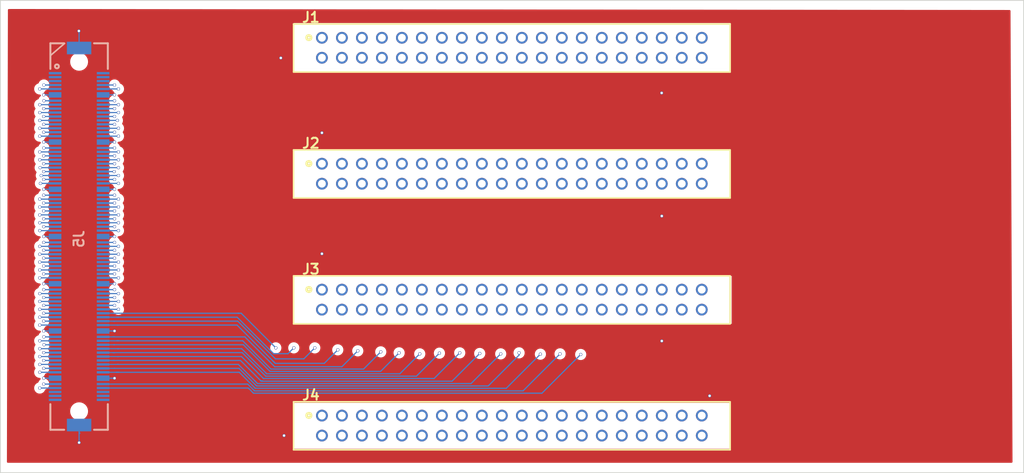
<source format=kicad_pcb>
(kicad_pcb (version 20171130) (host pcbnew "(5.1.5-0-10_14)")
  (layers (0 F.Cu power) (1 Signal1.Cu signal) (2 Signal2.Cu signal) (3 Signal3.Cu signal) (4 Signal4.Cu signal) (31 B.Cu signal) (34 B.Paste user) (35 F.Paste user) (36 B.SilkS user) (37 F.SilkS user) (38 B.Mask user) (39 F.Mask user) (44 Edge.Cuts user))
  (net 0 "")
  (net 1 "Net-(J1-Pad40)")
  (net 2 "Net-(J1-Pad39)")
  (net 3 "Net-(J1-Pad38)")
  (net 4 "Net-(J1-Pad37)")
  (net 5 GND)
  (net 6 ch32_1)
  (net 7 ch31_1)
  (net 8 ch30_1)
  (net 9 ch29_1)
  (net 10 ch28_1)
  (net 11 ch27_1)
  (net 12 ch26_1)
  (net 13 ch25_1)
  (net 14 ch24_1)
  (net 15 ch23_1)
  (net 16 ch22_1)
  (net 17 ch21_1)
  (net 18 ch20_1)
  (net 19 ch19_1)
  (net 20 ch18_1)
  (net 21 ch17_1)
  (net 22 ch16_1)
  (net 23 ch15_1)
  (net 24 ch14_1)
  (net 25 ch13_1)
  (net 26 ch12_1)
  (net 27 ch11_1)
  (net 28 ch10_1)
  (net 29 ch9_1)
  (net 30 ch8_1)
  (net 31 ch7_1)
  (net 32 ch6_1)
  (net 33 ch5_1)
  (net 34 ch4_1)
  (net 35 ch3_1)
  (net 36 ch2_1)
  (net 37 ch1_1)
  (net 38 ch1_2)
  (net 39 ch2_2)
  (net 40 ch3_2)
  (net 41 ch4_2)
  (net 42 ch5_2)
  (net 43 ch6_2)
  (net 44 ch7_2)
  (net 45 ch8_2)
  (net 46 ch9_2)
  (net 47 ch10_2)
  (net 48 ch11_2)
  (net 49 ch12_2)
  (net 50 ch13_2)
  (net 51 ch14_2)
  (net 52 ch15_2)
  (net 53 ch16_2)
  (net 54 ch17_2)
  (net 55 ch18_2)
  (net 56 ch19_2)
  (net 57 ch20_2)
  (net 58 ch21_2)
  (net 59 ch22_2)
  (net 60 ch23_2)
  (net 61 ch24_2)
  (net 62 ch25_2)
  (net 63 ch26_2)
  (net 64 ch27_2)
  (net 65 ch28_2)
  (net 66 ch29_2)
  (net 67 ch30_2)
  (net 68 ch31_2)
  (net 69 ch32_2)
  (net 70 "Net-(J2-Pad37)")
  (net 71 "Net-(J2-Pad38)")
  (net 72 "Net-(J2-Pad39)")
  (net 73 "Net-(J2-Pad40)")
  (net 74 "Net-(J3-Pad40)")
  (net 75 "Net-(J3-Pad39)")
  (net 76 "Net-(J3-Pad38)")
  (net 77 "Net-(J3-Pad37)")
  (net 78 ch32_3)
  (net 79 ch31_3)
  (net 80 ch30_3)
  (net 81 ch29_3)
  (net 82 ch28_3)
  (net 83 ch27_3)
  (net 84 ch26_3)
  (net 85 ch25_3)
  (net 86 ch24_3)
  (net 87 ch23_3)
  (net 88 ch22_3)
  (net 89 ch21_3)
  (net 90 ch20_3)
  (net 91 ch19_3)
  (net 92 ch18_3)
  (net 93 ch17_3)
  (net 94 ch16_3)
  (net 95 ch15_3)
  (net 96 ch14_3)
  (net 97 ch13_3)
  (net 98 ch12_3)
  (net 99 ch11_3)
  (net 100 ch10_3)
  (net 101 ch9_3)
  (net 102 ch8_3)
  (net 103 ch7_3)
  (net 104 ch6_3)
  (net 105 ch5_3)
  (net 106 ch4_3)
  (net 107 ch3_3)
  (net 108 ch2_3)
  (net 109 ch1_3)
  (net 110 ch1_4)
  (net 111 ch2_4)
  (net 112 ch3_4)
  (net 113 ch4_4)
  (net 114 ch5_4)
  (net 115 ch6_4)
  (net 116 ch7_4)
  (net 117 ch8_4)
  (net 118 ch9_4)
  (net 119 ch10_4)
  (net 120 ch11_4)
  (net 121 ch12_4)
  (net 122 ch13_4)
  (net 123 ch14_4)
  (net 124 ch15_4)
  (net 125 ch16_4)
  (net 126 ch17_4)
  (net 127 ch18_4)
  (net 128 ch19_4)
  (net 129 ch20_4)
  (net 130 ch21_4)
  (net 131 ch22_4)
  (net 132 ch23_4)
  (net 133 ch24_4)
  (net 134 ch25_4)
  (net 135 ch26_4)
  (net 136 ch27_4)
  (net 137 ch28_4)
  (net 138 ch29_4)
  (net 139 ch30_4)
  (net 140 ch31_4)
  (net 141 ch32_4)
  (net 142 "Net-(J4-Pad37)")
  (net 143 "Net-(J4-Pad38)")
  (net 144 "Net-(J4-Pad39)")
  (net 145 "Net-(J4-Pad40)")
  (net 146 "Net-(J5-Pad139)")
  (net 147 "Net-(J5-Pad137)")
  (net 148 "Net-(J5-Pad135)")
  (net 149 "Net-(J5-Pad140)")
  (net 150 "Net-(J5-Pad138)")
  (net 151 "Net-(J5-Pad136)")
  (net 152 "Net-(J5-Pad5)")
  (net 153 "Net-(J5-Pad3)")
  (net 154 "Net-(J5-Pad1)")
  (net 155 "Net-(J5-Pad6)")
  (net 156 "Net-(J5-Pad4)")
  (net 157 "Net-(J5-Pad2)")
  (module 8540-4500PL:3M-8540-4500PL (layer F.Cu) (at 60.85 104.75 180)
    (fp_text reference J1 (at 1.4 2.6) (layer F.SilkS) (effects (font (size 1.27 1.27) (thickness 0.254))))
    (fp_text value 8540-4500PL hide)
    (pad 40 thru_hole circle (at -48.26 -2.54 180) (size 1.5 1.5) (drill 1) (layers *.Cu *.Mask) (net 1 "Net-(J1-Pad40)"))
    (pad 39 thru_hole circle (at -48.26 0 180) (size 1.5 1.5) (drill 1) (layers *.Cu *.Mask) (net 2 "Net-(J1-Pad39)"))
    (pad 38 thru_hole circle (at -45.72 -2.54 180) (size 1.5 1.5) (drill 1) (layers *.Cu *.Mask) (net 3 "Net-(J1-Pad38)"))
    (pad 37 thru_hole circle (at -45.72 0 180) (size 1.5 1.5) (drill 1) (layers *.Cu *.Mask) (net 4 "Net-(J1-Pad37)"))
    (pad 36 thru_hole circle (at -43.18 -2.54 180) (size 1.5 1.5) (drill 1) (layers *.Cu *.Mask) (net 5 GND))
    (pad 35 thru_hole circle (at -43.18 0 180) (size 1.5 1.5) (drill 1) (layers *.Cu *.Mask) (net 5 GND))
    (pad 34 thru_hole circle (at -40.64 -2.54 180) (size 1.5 1.5) (drill 1) (layers *.Cu *.Mask) (net 6 ch32_1))
    (pad 33 thru_hole circle (at -40.64 0 180) (size 1.5 1.5) (drill 1) (layers *.Cu *.Mask) (net 7 ch31_1))
    (pad 32 thru_hole circle (at -38.1 -2.54 180) (size 1.5 1.5) (drill 1) (layers *.Cu *.Mask) (net 8 ch30_1))
    (pad 31 thru_hole circle (at -38.1 0 180) (size 1.5 1.5) (drill 1) (layers *.Cu *.Mask) (net 9 ch29_1))
    (pad 30 thru_hole circle (at -35.56 -2.54 180) (size 1.5 1.5) (drill 1) (layers *.Cu *.Mask) (net 10 ch28_1))
    (pad 29 thru_hole circle (at -35.56 0 180) (size 1.5 1.5) (drill 1) (layers *.Cu *.Mask) (net 11 ch27_1))
    (pad 28 thru_hole circle (at -33.02 -2.54 180) (size 1.5 1.5) (drill 1) (layers *.Cu *.Mask) (net 12 ch26_1))
    (pad 27 thru_hole circle (at -33.02 0 180) (size 1.5 1.5) (drill 1) (layers *.Cu *.Mask) (net 13 ch25_1))
    (pad 26 thru_hole circle (at -30.48 -2.54 180) (size 1.5 1.5) (drill 1) (layers *.Cu *.Mask) (net 14 ch24_1))
    (pad 25 thru_hole circle (at -30.48 0 180) (size 1.5 1.5) (drill 1) (layers *.Cu *.Mask) (net 15 ch23_1))
    (pad 24 thru_hole circle (at -27.94 -2.54 180) (size 1.5 1.5) (drill 1) (layers *.Cu *.Mask) (net 16 ch22_1))
    (pad 23 thru_hole circle (at -27.94 0 180) (size 1.5 1.5) (drill 1) (layers *.Cu *.Mask) (net 17 ch21_1))
    (pad 22 thru_hole circle (at -25.4 -2.54 180) (size 1.5 1.5) (drill 1) (layers *.Cu *.Mask) (net 18 ch20_1))
    (pad 21 thru_hole circle (at -25.4 0 180) (size 1.5 1.5) (drill 1) (layers *.Cu *.Mask) (net 19 ch19_1))
    (pad 20 thru_hole circle (at -22.86 -2.54 180) (size 1.5 1.5) (drill 1) (layers *.Cu *.Mask) (net 20 ch18_1))
    (pad 19 thru_hole circle (at -22.86 0 180) (size 1.5 1.5) (drill 1) (layers *.Cu *.Mask) (net 21 ch17_1))
    (pad 18 thru_hole circle (at -20.32 -2.54 180) (size 1.5 1.5) (drill 1) (layers *.Cu *.Mask) (net 22 ch16_1))
    (pad 17 thru_hole circle (at -20.32 0 180) (size 1.5 1.5) (drill 1) (layers *.Cu *.Mask) (net 23 ch15_1))
    (pad 16 thru_hole circle (at -17.78 -2.54 180) (size 1.5 1.5) (drill 1) (layers *.Cu *.Mask) (net 24 ch14_1))
    (pad 15 thru_hole circle (at -17.78 0 180) (size 1.5 1.5) (drill 1) (layers *.Cu *.Mask) (net 25 ch13_1))
    (pad 14 thru_hole circle (at -15.24 -2.54 180) (size 1.5 1.5) (drill 1) (layers *.Cu *.Mask) (net 26 ch12_1))
    (pad 13 thru_hole circle (at -15.24 0 180) (size 1.5 1.5) (drill 1) (layers *.Cu *.Mask) (net 27 ch11_1))
    (pad 12 thru_hole circle (at -12.7 -2.54 180) (size 1.5 1.5) (drill 1) (layers *.Cu *.Mask) (net 28 ch10_1))
    (pad 11 thru_hole circle (at -12.7 0 180) (size 1.5 1.5) (drill 1) (layers *.Cu *.Mask) (net 29 ch9_1))
    (pad 10 thru_hole circle (at -10.16 -2.54 180) (size 1.5 1.5) (drill 1) (layers *.Cu *.Mask) (net 30 ch8_1))
    (pad 9 thru_hole circle (at -10.16 0 180) (size 1.5 1.5) (drill 1) (layers *.Cu *.Mask) (net 31 ch7_1))
    (pad 8 thru_hole circle (at -7.62 -2.54 180) (size 1.5 1.5) (drill 1) (layers *.Cu *.Mask) (net 32 ch6_1))
    (pad 7 thru_hole circle (at -7.62 0 180) (size 1.5 1.5) (drill 1) (layers *.Cu *.Mask) (net 33 ch5_1))
    (pad 6 thru_hole circle (at -5.08 -2.54 180) (size 1.5 1.5) (drill 1) (layers *.Cu *.Mask) (net 34 ch4_1))
    (pad 5 thru_hole circle (at -5.08 0 180) (size 1.5 1.5) (drill 1) (layers *.Cu *.Mask) (net 35 ch3_1))
    (pad 4 thru_hole circle (at -2.54 -2.54 180) (size 1.5 1.5) (drill 1) (layers *.Cu *.Mask) (net 36 ch2_1))
    (pad 3 thru_hole circle (at -2.54 0 180) (size 1.5 1.5) (drill 1) (layers *.Cu *.Mask) (net 37 ch1_1))
    (pad 2 thru_hole circle (at 0 -2.54 180) (size 1.5 1.5) (drill 1) (layers *.Cu *.Mask) (net 5 GND))
    (pad 1 thru_hole circle (at 0 0 180) (size 1.5 1.5) (drill 1) (layers *.Cu *.Mask) (net 5 GND))
  )
  (module 8540-4500PL:3M-8540-4500PL (layer F.Cu) (at 60.85 120.75 180)
    (fp_text reference J2 (at 1.4 2.6) (layer F.SilkS) (effects (font (size 1.27 1.27) (thickness 0.254))))
    (fp_text value 8540-4500PL hide)
    (pad 1 thru_hole circle (at 0 0 180) (size 1.5 1.5) (drill 1) (layers *.Cu *.Mask) (net 5 GND))
    (pad 2 thru_hole circle (at 0 -2.54 180) (size 1.5 1.5) (drill 1) (layers *.Cu *.Mask) (net 5 GND))
    (pad 3 thru_hole circle (at -2.54 0 180) (size 1.5 1.5) (drill 1) (layers *.Cu *.Mask) (net 38 ch1_2))
    (pad 4 thru_hole circle (at -2.54 -2.54 180) (size 1.5 1.5) (drill 1) (layers *.Cu *.Mask) (net 39 ch2_2))
    (pad 5 thru_hole circle (at -5.08 0 180) (size 1.5 1.5) (drill 1) (layers *.Cu *.Mask) (net 40 ch3_2))
    (pad 6 thru_hole circle (at -5.08 -2.54 180) (size 1.5 1.5) (drill 1) (layers *.Cu *.Mask) (net 41 ch4_2))
    (pad 7 thru_hole circle (at -7.62 0 180) (size 1.5 1.5) (drill 1) (layers *.Cu *.Mask) (net 42 ch5_2))
    (pad 8 thru_hole circle (at -7.62 -2.54 180) (size 1.5 1.5) (drill 1) (layers *.Cu *.Mask) (net 43 ch6_2))
    (pad 9 thru_hole circle (at -10.16 0 180) (size 1.5 1.5) (drill 1) (layers *.Cu *.Mask) (net 44 ch7_2))
    (pad 10 thru_hole circle (at -10.16 -2.54 180) (size 1.5 1.5) (drill 1) (layers *.Cu *.Mask) (net 45 ch8_2))
    (pad 11 thru_hole circle (at -12.7 0 180) (size 1.5 1.5) (drill 1) (layers *.Cu *.Mask) (net 46 ch9_2))
    (pad 12 thru_hole circle (at -12.7 -2.54 180) (size 1.5 1.5) (drill 1) (layers *.Cu *.Mask) (net 47 ch10_2))
    (pad 13 thru_hole circle (at -15.24 0 180) (size 1.5 1.5) (drill 1) (layers *.Cu *.Mask) (net 48 ch11_2))
    (pad 14 thru_hole circle (at -15.24 -2.54 180) (size 1.5 1.5) (drill 1) (layers *.Cu *.Mask) (net 49 ch12_2))
    (pad 15 thru_hole circle (at -17.78 0 180) (size 1.5 1.5) (drill 1) (layers *.Cu *.Mask) (net 50 ch13_2))
    (pad 16 thru_hole circle (at -17.78 -2.54 180) (size 1.5 1.5) (drill 1) (layers *.Cu *.Mask) (net 51 ch14_2))
    (pad 17 thru_hole circle (at -20.32 0 180) (size 1.5 1.5) (drill 1) (layers *.Cu *.Mask) (net 52 ch15_2))
    (pad 18 thru_hole circle (at -20.32 -2.54 180) (size 1.5 1.5) (drill 1) (layers *.Cu *.Mask) (net 53 ch16_2))
    (pad 19 thru_hole circle (at -22.86 0 180) (size 1.5 1.5) (drill 1) (layers *.Cu *.Mask) (net 54 ch17_2))
    (pad 20 thru_hole circle (at -22.86 -2.54 180) (size 1.5 1.5) (drill 1) (layers *.Cu *.Mask) (net 55 ch18_2))
    (pad 21 thru_hole circle (at -25.4 0 180) (size 1.5 1.5) (drill 1) (layers *.Cu *.Mask) (net 56 ch19_2))
    (pad 22 thru_hole circle (at -25.4 -2.54 180) (size 1.5 1.5) (drill 1) (layers *.Cu *.Mask) (net 57 ch20_2))
    (pad 23 thru_hole circle (at -27.94 0 180) (size 1.5 1.5) (drill 1) (layers *.Cu *.Mask) (net 58 ch21_2))
    (pad 24 thru_hole circle (at -27.94 -2.54 180) (size 1.5 1.5) (drill 1) (layers *.Cu *.Mask) (net 59 ch22_2))
    (pad 25 thru_hole circle (at -30.48 0 180) (size 1.5 1.5) (drill 1) (layers *.Cu *.Mask) (net 60 ch23_2))
    (pad 26 thru_hole circle (at -30.48 -2.54 180) (size 1.5 1.5) (drill 1) (layers *.Cu *.Mask) (net 61 ch24_2))
    (pad 27 thru_hole circle (at -33.02 0 180) (size 1.5 1.5) (drill 1) (layers *.Cu *.Mask) (net 62 ch25_2))
    (pad 28 thru_hole circle (at -33.02 -2.54 180) (size 1.5 1.5) (drill 1) (layers *.Cu *.Mask) (net 63 ch26_2))
    (pad 29 thru_hole circle (at -35.56 0 180) (size 1.5 1.5) (drill 1) (layers *.Cu *.Mask) (net 64 ch27_2))
    (pad 30 thru_hole circle (at -35.56 -2.54 180) (size 1.5 1.5) (drill 1) (layers *.Cu *.Mask) (net 65 ch28_2))
    (pad 31 thru_hole circle (at -38.1 0 180) (size 1.5 1.5) (drill 1) (layers *.Cu *.Mask) (net 66 ch29_2))
    (pad 32 thru_hole circle (at -38.1 -2.54 180) (size 1.5 1.5) (drill 1) (layers *.Cu *.Mask) (net 67 ch30_2))
    (pad 33 thru_hole circle (at -40.64 0 180) (size 1.5 1.5) (drill 1) (layers *.Cu *.Mask) (net 68 ch31_2))
    (pad 34 thru_hole circle (at -40.64 -2.54 180) (size 1.5 1.5) (drill 1) (layers *.Cu *.Mask) (net 69 ch32_2))
    (pad 35 thru_hole circle (at -43.18 0 180) (size 1.5 1.5) (drill 1) (layers *.Cu *.Mask) (net 5 GND))
    (pad 36 thru_hole circle (at -43.18 -2.54 180) (size 1.5 1.5) (drill 1) (layers *.Cu *.Mask) (net 5 GND))
    (pad 37 thru_hole circle (at -45.72 0 180) (size 1.5 1.5) (drill 1) (layers *.Cu *.Mask) (net 70 "Net-(J2-Pad37)"))
    (pad 38 thru_hole circle (at -45.72 -2.54 180) (size 1.5 1.5) (drill 1) (layers *.Cu *.Mask) (net 71 "Net-(J2-Pad38)"))
    (pad 39 thru_hole circle (at -48.26 0 180) (size 1.5 1.5) (drill 1) (layers *.Cu *.Mask) (net 72 "Net-(J2-Pad39)"))
    (pad 40 thru_hole circle (at -48.26 -2.54 180) (size 1.5 1.5) (drill 1) (layers *.Cu *.Mask) (net 73 "Net-(J2-Pad40)"))
  )
  (module 8540-4500PL:3M-8540-4500PL (layer F.Cu) (at 60.85 136.75 180)
    (fp_text reference J3 (at 1.4 2.6) (layer F.SilkS) (effects (font (size 1.27 1.27) (thickness 0.254))))
    (fp_text value 8540-4500PL hide)
    (pad 40 thru_hole circle (at -48.26 -2.54 180) (size 1.5 1.5) (drill 1) (layers *.Cu *.Mask) (net 74 "Net-(J3-Pad40)"))
    (pad 39 thru_hole circle (at -48.26 0 180) (size 1.5 1.5) (drill 1) (layers *.Cu *.Mask) (net 75 "Net-(J3-Pad39)"))
    (pad 38 thru_hole circle (at -45.72 -2.54 180) (size 1.5 1.5) (drill 1) (layers *.Cu *.Mask) (net 76 "Net-(J3-Pad38)"))
    (pad 37 thru_hole circle (at -45.72 0 180) (size 1.5 1.5) (drill 1) (layers *.Cu *.Mask) (net 77 "Net-(J3-Pad37)"))
    (pad 36 thru_hole circle (at -43.18 -2.54 180) (size 1.5 1.5) (drill 1) (layers *.Cu *.Mask) (net 5 GND))
    (pad 35 thru_hole circle (at -43.18 0 180) (size 1.5 1.5) (drill 1) (layers *.Cu *.Mask) (net 5 GND))
    (pad 34 thru_hole circle (at -40.64 -2.54 180) (size 1.5 1.5) (drill 1) (layers *.Cu *.Mask) (net 78 ch32_3))
    (pad 33 thru_hole circle (at -40.64 0 180) (size 1.5 1.5) (drill 1) (layers *.Cu *.Mask) (net 79 ch31_3))
    (pad 32 thru_hole circle (at -38.1 -2.54 180) (size 1.5 1.5) (drill 1) (layers *.Cu *.Mask) (net 80 ch30_3))
    (pad 31 thru_hole circle (at -38.1 0 180) (size 1.5 1.5) (drill 1) (layers *.Cu *.Mask) (net 81 ch29_3))
    (pad 30 thru_hole circle (at -35.56 -2.54 180) (size 1.5 1.5) (drill 1) (layers *.Cu *.Mask) (net 82 ch28_3))
    (pad 29 thru_hole circle (at -35.56 0 180) (size 1.5 1.5) (drill 1) (layers *.Cu *.Mask) (net 83 ch27_3))
    (pad 28 thru_hole circle (at -33.02 -2.54 180) (size 1.5 1.5) (drill 1) (layers *.Cu *.Mask) (net 84 ch26_3))
    (pad 27 thru_hole circle (at -33.02 0 180) (size 1.5 1.5) (drill 1) (layers *.Cu *.Mask) (net 85 ch25_3))
    (pad 26 thru_hole circle (at -30.48 -2.54 180) (size 1.5 1.5) (drill 1) (layers *.Cu *.Mask) (net 86 ch24_3))
    (pad 25 thru_hole circle (at -30.48 0 180) (size 1.5 1.5) (drill 1) (layers *.Cu *.Mask) (net 87 ch23_3))
    (pad 24 thru_hole circle (at -27.94 -2.54 180) (size 1.5 1.5) (drill 1) (layers *.Cu *.Mask) (net 88 ch22_3))
    (pad 23 thru_hole circle (at -27.94 0 180) (size 1.5 1.5) (drill 1) (layers *.Cu *.Mask) (net 89 ch21_3))
    (pad 22 thru_hole circle (at -25.4 -2.54 180) (size 1.5 1.5) (drill 1) (layers *.Cu *.Mask) (net 90 ch20_3))
    (pad 21 thru_hole circle (at -25.4 0 180) (size 1.5 1.5) (drill 1) (layers *.Cu *.Mask) (net 91 ch19_3))
    (pad 20 thru_hole circle (at -22.86 -2.54 180) (size 1.5 1.5) (drill 1) (layers *.Cu *.Mask) (net 92 ch18_3))
    (pad 19 thru_hole circle (at -22.86 0 180) (size 1.5 1.5) (drill 1) (layers *.Cu *.Mask) (net 93 ch17_3))
    (pad 18 thru_hole circle (at -20.32 -2.54 180) (size 1.5 1.5) (drill 1) (layers *.Cu *.Mask) (net 94 ch16_3))
    (pad 17 thru_hole circle (at -20.32 0 180) (size 1.5 1.5) (drill 1) (layers *.Cu *.Mask) (net 95 ch15_3))
    (pad 16 thru_hole circle (at -17.78 -2.54 180) (size 1.5 1.5) (drill 1) (layers *.Cu *.Mask) (net 96 ch14_3))
    (pad 15 thru_hole circle (at -17.78 0 180) (size 1.5 1.5) (drill 1) (layers *.Cu *.Mask) (net 97 ch13_3))
    (pad 14 thru_hole circle (at -15.24 -2.54 180) (size 1.5 1.5) (drill 1) (layers *.Cu *.Mask) (net 98 ch12_3))
    (pad 13 thru_hole circle (at -15.24 0 180) (size 1.5 1.5) (drill 1) (layers *.Cu *.Mask) (net 99 ch11_3))
    (pad 12 thru_hole circle (at -12.7 -2.54 180) (size 1.5 1.5) (drill 1) (layers *.Cu *.Mask) (net 100 ch10_3))
    (pad 11 thru_hole circle (at -12.7 0 180) (size 1.5 1.5) (drill 1) (layers *.Cu *.Mask) (net 101 ch9_3))
    (pad 10 thru_hole circle (at -10.16 -2.54 180) (size 1.5 1.5) (drill 1) (layers *.Cu *.Mask) (net 102 ch8_3))
    (pad 9 thru_hole circle (at -10.16 0 180) (size 1.5 1.5) (drill 1) (layers *.Cu *.Mask) (net 103 ch7_3))
    (pad 8 thru_hole circle (at -7.62 -2.54 180) (size 1.5 1.5) (drill 1) (layers *.Cu *.Mask) (net 104 ch6_3))
    (pad 7 thru_hole circle (at -7.62 0 180) (size 1.5 1.5) (drill 1) (layers *.Cu *.Mask) (net 105 ch5_3))
    (pad 6 thru_hole circle (at -5.08 -2.54 180) (size 1.5 1.5) (drill 1) (layers *.Cu *.Mask) (net 106 ch4_3))
    (pad 5 thru_hole circle (at -5.08 0 180) (size 1.5 1.5) (drill 1) (layers *.Cu *.Mask) (net 107 ch3_3))
    (pad 4 thru_hole circle (at -2.54 -2.54 180) (size 1.5 1.5) (drill 1) (layers *.Cu *.Mask) (net 108 ch2_3))
    (pad 3 thru_hole circle (at -2.54 0 180) (size 1.5 1.5) (drill 1) (layers *.Cu *.Mask) (net 109 ch1_3))
    (pad 2 thru_hole circle (at 0 -2.54 180) (size 1.5 1.5) (drill 1) (layers *.Cu *.Mask) (net 5 GND))
    (pad 1 thru_hole circle (at 0 0 180) (size 1.5 1.5) (drill 1) (layers *.Cu *.Mask) (net 5 GND))
  )
  (module 8540-4500PL:3M-8540-4500PL (layer F.Cu) (at 60.85 152.75 180)
    (fp_text reference J4 (at 1.4 2.6) (layer F.SilkS) (effects (font (size 1.27 1.27) (thickness 0.254))))
    (fp_text value 8540-4500PL hide)
    (pad 1 thru_hole circle (at 0 0 180) (size 1.5 1.5) (drill 1) (layers *.Cu *.Mask) (net 5 GND))
    (pad 2 thru_hole circle (at 0 -2.54 180) (size 1.5 1.5) (drill 1) (layers *.Cu *.Mask) (net 5 GND))
    (pad 3 thru_hole circle (at -2.54 0 180) (size 1.5 1.5) (drill 1) (layers *.Cu *.Mask) (net 110 ch1_4))
    (pad 4 thru_hole circle (at -2.54 -2.54 180) (size 1.5 1.5) (drill 1) (layers *.Cu *.Mask) (net 111 ch2_4))
    (pad 5 thru_hole circle (at -5.08 0 180) (size 1.5 1.5) (drill 1) (layers *.Cu *.Mask) (net 112 ch3_4))
    (pad 6 thru_hole circle (at -5.08 -2.54 180) (size 1.5 1.5) (drill 1) (layers *.Cu *.Mask) (net 113 ch4_4))
    (pad 7 thru_hole circle (at -7.62 0 180) (size 1.5 1.5) (drill 1) (layers *.Cu *.Mask) (net 114 ch5_4))
    (pad 8 thru_hole circle (at -7.62 -2.54 180) (size 1.5 1.5) (drill 1) (layers *.Cu *.Mask) (net 115 ch6_4))
    (pad 9 thru_hole circle (at -10.16 0 180) (size 1.5 1.5) (drill 1) (layers *.Cu *.Mask) (net 116 ch7_4))
    (pad 10 thru_hole circle (at -10.16 -2.54 180) (size 1.5 1.5) (drill 1) (layers *.Cu *.Mask) (net 117 ch8_4))
    (pad 11 thru_hole circle (at -12.7 0 180) (size 1.5 1.5) (drill 1) (layers *.Cu *.Mask) (net 118 ch9_4))
    (pad 12 thru_hole circle (at -12.7 -2.54 180) (size 1.5 1.5) (drill 1) (layers *.Cu *.Mask) (net 119 ch10_4))
    (pad 13 thru_hole circle (at -15.24 0 180) (size 1.5 1.5) (drill 1) (layers *.Cu *.Mask) (net 120 ch11_4))
    (pad 14 thru_hole circle (at -15.24 -2.54 180) (size 1.5 1.5) (drill 1) (layers *.Cu *.Mask) (net 121 ch12_4))
    (pad 15 thru_hole circle (at -17.78 0 180) (size 1.5 1.5) (drill 1) (layers *.Cu *.Mask) (net 122 ch13_4))
    (pad 16 thru_hole circle (at -17.78 -2.54 180) (size 1.5 1.5) (drill 1) (layers *.Cu *.Mask) (net 123 ch14_4))
    (pad 17 thru_hole circle (at -20.32 0 180) (size 1.5 1.5) (drill 1) (layers *.Cu *.Mask) (net 124 ch15_4))
    (pad 18 thru_hole circle (at -20.32 -2.54 180) (size 1.5 1.5) (drill 1) (layers *.Cu *.Mask) (net 125 ch16_4))
    (pad 19 thru_hole circle (at -22.86 0 180) (size 1.5 1.5) (drill 1) (layers *.Cu *.Mask) (net 126 ch17_4))
    (pad 20 thru_hole circle (at -22.86 -2.54 180) (size 1.5 1.5) (drill 1) (layers *.Cu *.Mask) (net 127 ch18_4))
    (pad 21 thru_hole circle (at -25.4 0 180) (size 1.5 1.5) (drill 1) (layers *.Cu *.Mask) (net 128 ch19_4))
    (pad 22 thru_hole circle (at -25.4 -2.54 180) (size 1.5 1.5) (drill 1) (layers *.Cu *.Mask) (net 129 ch20_4))
    (pad 23 thru_hole circle (at -27.94 0 180) (size 1.5 1.5) (drill 1) (layers *.Cu *.Mask) (net 130 ch21_4))
    (pad 24 thru_hole circle (at -27.94 -2.54 180) (size 1.5 1.5) (drill 1) (layers *.Cu *.Mask) (net 131 ch22_4))
    (pad 25 thru_hole circle (at -30.48 0 180) (size 1.5 1.5) (drill 1) (layers *.Cu *.Mask) (net 132 ch23_4))
    (pad 26 thru_hole circle (at -30.48 -2.54 180) (size 1.5 1.5) (drill 1) (layers *.Cu *.Mask) (net 133 ch24_4))
    (pad 27 thru_hole circle (at -33.02 0 180) (size 1.5 1.5) (drill 1) (layers *.Cu *.Mask) (net 134 ch25_4))
    (pad 28 thru_hole circle (at -33.02 -2.54 180) (size 1.5 1.5) (drill 1) (layers *.Cu *.Mask) (net 135 ch26_4))
    (pad 29 thru_hole circle (at -35.56 0 180) (size 1.5 1.5) (drill 1) (layers *.Cu *.Mask) (net 136 ch27_4))
    (pad 30 thru_hole circle (at -35.56 -2.54 180) (size 1.5 1.5) (drill 1) (layers *.Cu *.Mask) (net 137 ch28_4))
    (pad 31 thru_hole circle (at -38.1 0 180) (size 1.5 1.5) (drill 1) (layers *.Cu *.Mask) (net 138 ch29_4))
    (pad 32 thru_hole circle (at -38.1 -2.54 180) (size 1.5 1.5) (drill 1) (layers *.Cu *.Mask) (net 139 ch30_4))
    (pad 33 thru_hole circle (at -40.64 0 180) (size 1.5 1.5) (drill 1) (layers *.Cu *.Mask) (net 140 ch31_4))
    (pad 34 thru_hole circle (at -40.64 -2.54 180) (size 1.5 1.5) (drill 1) (layers *.Cu *.Mask) (net 141 ch32_4))
    (pad 35 thru_hole circle (at -43.18 0 180) (size 1.5 1.5) (drill 1) (layers *.Cu *.Mask) (net 5 GND))
    (pad 36 thru_hole circle (at -43.18 -2.54 180) (size 1.5 1.5) (drill 1) (layers *.Cu *.Mask) (net 5 GND))
    (pad 37 thru_hole circle (at -45.72 0 180) (size 1.5 1.5) (drill 1) (layers *.Cu *.Mask) (net 142 "Net-(J4-Pad37)"))
    (pad 38 thru_hole circle (at -45.72 -2.54 180) (size 1.5 1.5) (drill 1) (layers *.Cu *.Mask) (net 143 "Net-(J4-Pad38)"))
    (pad 39 thru_hole circle (at -48.26 0 180) (size 1.5 1.5) (drill 1) (layers *.Cu *.Mask) (net 144 "Net-(J4-Pad39)"))
    (pad 40 thru_hole circle (at -48.26 -2.54 180) (size 1.5 1.5) (drill 1) (layers *.Cu *.Mask) (net 145 "Net-(J4-Pad40)"))
  )
  (module FX10A-140S14-SV:FX10A-140S14-SV (layer B.Cu) (at 30 130 90)
    (fp_text reference J5 (at -0.31721 -0.01229 90) (layer B.SilkS) (effects (font (size 1.27 1.27) (thickness 0.254)) (justify mirror)))
    (fp_text value FX10A-140S-SV hide)
    (pad 139 smd rect (at -20.75 -3.05 90) (size 0.3 1.6) (layers B.Cu B.Paste B.Mask) (net 146 "Net-(J5-Pad139)"))
    (pad 137 smd rect (at -20.25 -3.05 90) (size 0.3 1.6) (layers B.Cu B.Paste B.Mask) (net 147 "Net-(J5-Pad137)"))
    (pad 135 smd rect (at -19.75 -3.05 90) (size 0.3 1.6) (layers B.Cu B.Paste B.Mask) (net 148 "Net-(J5-Pad135)"))
    (pad 133 smd rect (at -19.25 -3.05 90) (size 0.3 1.6) (layers B.Cu B.Paste B.Mask) (net 141 ch32_4))
    (pad 131 smd rect (at -18.75 -3.05 90) (size 0.3 1.6) (layers B.Cu B.Paste B.Mask) (net 139 ch30_4))
    (pad 140 smd rect (at -20.75 3.05 90) (size 0.3 1.6) (layers B.Cu B.Paste B.Mask) (net 149 "Net-(J5-Pad140)"))
    (pad 138 smd rect (at -20.25 3.05 90) (size 0.3 1.6) (layers B.Cu B.Paste B.Mask) (net 150 "Net-(J5-Pad138)"))
    (pad 136 smd rect (at -19.75 3.05 90) (size 0.3 1.6) (layers B.Cu B.Paste B.Mask) (net 151 "Net-(J5-Pad136)"))
    (pad 134 smd rect (at -19.25 3.05 90) (size 0.3 1.6) (layers B.Cu B.Paste B.Mask) (net 140 ch31_4))
    (pad 132 smd rect (at -18.75 3.05 90) (size 0.3 1.6) (layers B.Cu B.Paste B.Mask) (net 138 ch29_4))
    (pad 129 smd rect (at -17.25 -3.05 90) (size 0.3 1.6) (layers B.Cu B.Paste B.Mask) (net 137 ch28_4))
    (pad 127 smd rect (at -16.75 -3.05 90) (size 0.3 1.6) (layers B.Cu B.Paste B.Mask) (net 135 ch26_4))
    (pad 125 smd rect (at -16.25 -3.05 90) (size 0.3 1.6) (layers B.Cu B.Paste B.Mask) (net 133 ch24_4))
    (pad 123 smd rect (at -15.75 -3.05 90) (size 0.3 1.6) (layers B.Cu B.Paste B.Mask) (net 131 ch22_4))
    (pad 121 smd rect (at -15.25 -3.05 90) (size 0.3 1.6) (layers B.Cu B.Paste B.Mask) (net 129 ch20_4))
    (pad 119 smd rect (at -14.75 -3.05 90) (size 0.3 1.6) (layers B.Cu B.Paste B.Mask) (net 127 ch18_4))
    (pad 117 smd rect (at -14.25 -3.05 90) (size 0.3 1.6) (layers B.Cu B.Paste B.Mask) (net 125 ch16_4))
    (pad 115 smd rect (at -13.75 -3.05 90) (size 0.3 1.6) (layers B.Cu B.Paste B.Mask) (net 123 ch14_4))
    (pad 113 smd rect (at -13.25 -3.05 90) (size 0.3 1.6) (layers B.Cu B.Paste B.Mask) (net 121 ch12_4))
    (pad 111 smd rect (at -12.75 -3.05 90) (size 0.3 1.6) (layers B.Cu B.Paste B.Mask) (net 119 ch10_4))
    (pad 130 smd rect (at -17.25 3.05 90) (size 0.3 1.6) (layers B.Cu B.Paste B.Mask) (net 136 ch27_4))
    (pad 128 smd rect (at -16.75 3.05 90) (size 0.3 1.6) (layers B.Cu B.Paste B.Mask) (net 134 ch25_4))
    (pad 126 smd rect (at -16.25 3.05 90) (size 0.3 1.6) (layers B.Cu B.Paste B.Mask) (net 132 ch23_4))
    (pad 124 smd rect (at -15.75 3.05 90) (size 0.3 1.6) (layers B.Cu B.Paste B.Mask) (net 130 ch21_4))
    (pad 122 smd rect (at -15.25 3.05 90) (size 0.3 1.6) (layers B.Cu B.Paste B.Mask) (net 128 ch19_4))
    (pad 120 smd rect (at -14.75 3.05 90) (size 0.3 1.6) (layers B.Cu B.Paste B.Mask) (net 126 ch17_4))
    (pad 118 smd rect (at -14.25 3.05 90) (size 0.3 1.6) (layers B.Cu B.Paste B.Mask) (net 124 ch15_4))
    (pad 116 smd rect (at -13.75 3.05 90) (size 0.3 1.6) (layers B.Cu B.Paste B.Mask) (net 122 ch13_4))
    (pad 114 smd rect (at -13.25 3.05 90) (size 0.3 1.6) (layers B.Cu B.Paste B.Mask) (net 120 ch11_4))
    (pad 112 smd rect (at -12.75 3.05 90) (size 0.3 1.6) (layers B.Cu B.Paste B.Mask) (net 118 ch9_4))
    (pad 109 smd rect (at -11.25 -3.05 90) (size 0.3 1.6) (layers B.Cu B.Paste B.Mask) (net 117 ch8_4))
    (pad 107 smd rect (at -10.75 -3.05 90) (size 0.3 1.6) (layers B.Cu B.Paste B.Mask) (net 115 ch6_4))
    (pad 105 smd rect (at -10.25 -3.05 90) (size 0.3 1.6) (layers B.Cu B.Paste B.Mask) (net 113 ch4_4))
    (pad 103 smd rect (at -9.75 -3.05 90) (size 0.3 1.6) (layers B.Cu B.Paste B.Mask) (net 111 ch2_4))
    (pad 101 smd rect (at -9.25 -3.05 90) (size 0.3 1.6) (layers B.Cu B.Paste B.Mask) (net 78 ch32_3))
    (pad 99 smd rect (at -8.75 -3.05 90) (size 0.3 1.6) (layers B.Cu B.Paste B.Mask) (net 80 ch30_3))
    (pad 97 smd rect (at -8.25 -3.05 90) (size 0.3 1.6) (layers B.Cu B.Paste B.Mask) (net 82 ch28_3))
    (pad 95 smd rect (at -7.75 -3.05 90) (size 0.3 1.6) (layers B.Cu B.Paste B.Mask) (net 84 ch26_3))
    (pad 93 smd rect (at -7.25 -3.05 90) (size 0.3 1.6) (layers B.Cu B.Paste B.Mask) (net 86 ch24_3))
    (pad 91 smd rect (at -6.75 -3.05 90) (size 0.3 1.6) (layers B.Cu B.Paste B.Mask) (net 88 ch22_3))
    (pad 110 smd rect (at -11.25 3.05 90) (size 0.3 1.6) (layers B.Cu B.Paste B.Mask) (net 116 ch7_4))
    (pad 108 smd rect (at -10.75 3.05 90) (size 0.3 1.6) (layers B.Cu B.Paste B.Mask) (net 114 ch5_4))
    (pad 106 smd rect (at -10.25 3.05 90) (size 0.3 1.6) (layers B.Cu B.Paste B.Mask) (net 112 ch3_4))
    (pad 104 smd rect (at -9.75 3.05 90) (size 0.3 1.6) (layers B.Cu B.Paste B.Mask) (net 110 ch1_4))
    (pad 102 smd rect (at -9.25 3.05 90) (size 0.3 1.6) (layers B.Cu B.Paste B.Mask) (net 79 ch31_3))
    (pad 100 smd rect (at -8.75 3.05 90) (size 0.3 1.6) (layers B.Cu B.Paste B.Mask) (net 81 ch29_3))
    (pad 98 smd rect (at -8.25 3.05 90) (size 0.3 1.6) (layers B.Cu B.Paste B.Mask) (net 83 ch27_3))
    (pad 96 smd rect (at -7.75 3.05 90) (size 0.3 1.6) (layers B.Cu B.Paste B.Mask) (net 85 ch25_3))
    (pad 94 smd rect (at -7.25 3.05 90) (size 0.3 1.6) (layers B.Cu B.Paste B.Mask) (net 87 ch23_3))
    (pad 92 smd rect (at -6.75 3.05 90) (size 0.3 1.6) (layers B.Cu B.Paste B.Mask) (net 89 ch21_3))
    (pad 89 smd rect (at -5.25 -3.05 90) (size 0.3 1.6) (layers B.Cu B.Paste B.Mask) (net 90 ch20_3))
    (pad 87 smd rect (at -4.75 -3.05 90) (size 0.3 1.6) (layers B.Cu B.Paste B.Mask) (net 92 ch18_3))
    (pad 85 smd rect (at -4.25 -3.05 90) (size 0.3 1.6) (layers B.Cu B.Paste B.Mask) (net 94 ch16_3))
    (pad 83 smd rect (at -3.75 -3.05 90) (size 0.3 1.6) (layers B.Cu B.Paste B.Mask) (net 96 ch14_3))
    (pad 81 smd rect (at -3.25 -3.05 90) (size 0.3 1.6) (layers B.Cu B.Paste B.Mask) (net 98 ch12_3))
    (pad 79 smd rect (at -2.75 -3.05 90) (size 0.3 1.6) (layers B.Cu B.Paste B.Mask) (net 100 ch10_3))
    (pad 77 smd rect (at -2.25 -3.05 90) (size 0.3 1.6) (layers B.Cu B.Paste B.Mask) (net 102 ch8_3))
    (pad 75 smd rect (at -1.75 -3.05 90) (size 0.3 1.6) (layers B.Cu B.Paste B.Mask) (net 104 ch6_3))
    (pad 73 smd rect (at -1.25 -3.05 90) (size 0.3 1.6) (layers B.Cu B.Paste B.Mask) (net 106 ch4_3))
    (pad 71 smd rect (at -0.75 -3.05 90) (size 0.3 1.6) (layers B.Cu B.Paste B.Mask) (net 108 ch2_3))
    (pad 90 smd rect (at -5.25 3.05 90) (size 0.3 1.6) (layers B.Cu B.Paste B.Mask) (net 91 ch19_3))
    (pad 88 smd rect (at -4.75 3.05 90) (size 0.3 1.6) (layers B.Cu B.Paste B.Mask) (net 93 ch17_3))
    (pad 86 smd rect (at -4.25 3.05 90) (size 0.3 1.6) (layers B.Cu B.Paste B.Mask) (net 95 ch15_3))
    (pad 84 smd rect (at -3.75 3.05 90) (size 0.3 1.6) (layers B.Cu B.Paste B.Mask) (net 97 ch13_3))
    (pad 82 smd rect (at -3.25 3.05 90) (size 0.3 1.6) (layers B.Cu B.Paste B.Mask) (net 99 ch11_3))
    (pad 80 smd rect (at -2.75 3.05 90) (size 0.3 1.6) (layers B.Cu B.Paste B.Mask) (net 101 ch9_3))
    (pad 78 smd rect (at -2.25 3.05 90) (size 0.3 1.6) (layers B.Cu B.Paste B.Mask) (net 103 ch7_3))
    (pad 76 smd rect (at -1.75 3.05 90) (size 0.3 1.6) (layers B.Cu B.Paste B.Mask) (net 105 ch5_3))
    (pad 74 smd rect (at -1.25 3.05 90) (size 0.3 1.6) (layers B.Cu B.Paste B.Mask) (net 107 ch3_3))
    (pad 72 smd rect (at -0.75 3.05 90) (size 0.3 1.6) (layers B.Cu B.Paste B.Mask) (net 109 ch1_3))
    (pad 69 smd rect (at 0.75 -3.05 90) (size 0.3 1.6) (layers B.Cu B.Paste B.Mask) (net 69 ch32_2))
    (pad 67 smd rect (at 1.25 -3.05 90) (size 0.3 1.6) (layers B.Cu B.Paste B.Mask) (net 67 ch30_2))
    (pad 65 smd rect (at 1.75 -3.05 90) (size 0.3 1.6) (layers B.Cu B.Paste B.Mask) (net 65 ch28_2))
    (pad 63 smd rect (at 2.25 -3.05 90) (size 0.3 1.6) (layers B.Cu B.Paste B.Mask) (net 63 ch26_2))
    (pad 61 smd rect (at 2.75 -3.05 90) (size 0.3 1.6) (layers B.Cu B.Paste B.Mask) (net 61 ch24_2))
    (pad 59 smd rect (at 3.25 -3.05 90) (size 0.3 1.6) (layers B.Cu B.Paste B.Mask) (net 59 ch22_2))
    (pad 57 smd rect (at 3.75 -3.05 90) (size 0.3 1.6) (layers B.Cu B.Paste B.Mask) (net 57 ch20_2))
    (pad 55 smd rect (at 4.25 -3.05 90) (size 0.3 1.6) (layers B.Cu B.Paste B.Mask) (net 55 ch18_2))
    (pad 53 smd rect (at 4.75 -3.05 90) (size 0.3 1.6) (layers B.Cu B.Paste B.Mask) (net 53 ch16_2))
    (pad 51 smd rect (at 5.25 -3.05 90) (size 0.3 1.6) (layers B.Cu B.Paste B.Mask) (net 51 ch14_2))
    (pad 70 smd rect (at 0.75 3.05 90) (size 0.3 1.6) (layers B.Cu B.Paste B.Mask) (net 68 ch31_2))
    (pad 68 smd rect (at 1.25 3.05 90) (size 0.3 1.6) (layers B.Cu B.Paste B.Mask) (net 66 ch29_2))
    (pad 66 smd rect (at 1.75 3.05 90) (size 0.3 1.6) (layers B.Cu B.Paste B.Mask) (net 64 ch27_2))
    (pad 64 smd rect (at 2.25 3.05 90) (size 0.3 1.6) (layers B.Cu B.Paste B.Mask) (net 62 ch25_2))
    (pad 62 smd rect (at 2.75 3.05 90) (size 0.3 1.6) (layers B.Cu B.Paste B.Mask) (net 60 ch23_2))
    (pad 60 smd rect (at 3.25 3.05 90) (size 0.3 1.6) (layers B.Cu B.Paste B.Mask) (net 58 ch21_2))
    (pad 58 smd rect (at 3.75 3.05 90) (size 0.3 1.6) (layers B.Cu B.Paste B.Mask) (net 56 ch19_2))
    (pad 56 smd rect (at 4.25 3.05 90) (size 0.3 1.6) (layers B.Cu B.Paste B.Mask) (net 54 ch17_2))
    (pad 54 smd rect (at 4.75 3.05 90) (size 0.3 1.6) (layers B.Cu B.Paste B.Mask) (net 52 ch15_2))
    (pad 52 smd rect (at 5.25 3.05 90) (size 0.3 1.6) (layers B.Cu B.Paste B.Mask) (net 50 ch13_2))
    (pad 49 smd rect (at 6.75 -3.05 90) (size 0.3 1.6) (layers B.Cu B.Paste B.Mask) (net 49 ch12_2))
    (pad 47 smd rect (at 7.25 -3.05 90) (size 0.3 1.6) (layers B.Cu B.Paste B.Mask) (net 47 ch10_2))
    (pad 45 smd rect (at 7.75 -3.05 90) (size 0.3 1.6) (layers B.Cu B.Paste B.Mask) (net 45 ch8_2))
    (pad 43 smd rect (at 8.25 -3.05 90) (size 0.3 1.6) (layers B.Cu B.Paste B.Mask) (net 43 ch6_2))
    (pad 41 smd rect (at 8.75 -3.05 90) (size 0.3 1.6) (layers B.Cu B.Paste B.Mask) (net 41 ch4_2))
    (pad 39 smd rect (at 9.25 -3.05 90) (size 0.3 1.6) (layers B.Cu B.Paste B.Mask) (net 39 ch2_2))
    (pad 37 smd rect (at 9.75 -3.05 90) (size 0.3 1.6) (layers B.Cu B.Paste B.Mask) (net 6 ch32_1))
    (pad 35 smd rect (at 10.25 -3.05 90) (size 0.3 1.6) (layers B.Cu B.Paste B.Mask) (net 8 ch30_1))
    (pad 33 smd rect (at 10.75 -3.05 90) (size 0.3 1.6) (layers B.Cu B.Paste B.Mask) (net 10 ch28_1))
    (pad 31 smd rect (at 11.25 -3.05 90) (size 0.3 1.6) (layers B.Cu B.Paste B.Mask) (net 12 ch26_1))
    (pad 50 smd rect (at 6.75 3.05 90) (size 0.3 1.6) (layers B.Cu B.Paste B.Mask) (net 48 ch11_2))
    (pad 48 smd rect (at 7.25 3.05 90) (size 0.3 1.6) (layers B.Cu B.Paste B.Mask) (net 46 ch9_2))
    (pad 46 smd rect (at 7.75 3.05 90) (size 0.3 1.6) (layers B.Cu B.Paste B.Mask) (net 44 ch7_2))
    (pad 44 smd rect (at 8.25 3.05 90) (size 0.3 1.6) (layers B.Cu B.Paste B.Mask) (net 42 ch5_2))
    (pad 42 smd rect (at 8.75 3.05 90) (size 0.3 1.6) (layers B.Cu B.Paste B.Mask) (net 40 ch3_2))
    (pad 40 smd rect (at 9.25 3.05 90) (size 0.3 1.6) (layers B.Cu B.Paste B.Mask) (net 38 ch1_2))
    (pad 38 smd rect (at 9.75 3.05 90) (size 0.3 1.6) (layers B.Cu B.Paste B.Mask) (net 7 ch31_1))
    (pad 36 smd rect (at 10.25 3.05 90) (size 0.3 1.6) (layers B.Cu B.Paste B.Mask) (net 9 ch29_1))
    (pad 34 smd rect (at 10.75 3.05 90) (size 0.3 1.6) (layers B.Cu B.Paste B.Mask) (net 11 ch27_1))
    (pad 32 smd rect (at 11.25 3.05 90) (size 0.3 1.6) (layers B.Cu B.Paste B.Mask) (net 13 ch25_1))
    (pad 29 smd rect (at 12.75 -3.05 90) (size 0.3 1.6) (layers B.Cu B.Paste B.Mask) (net 14 ch24_1))
    (pad 27 smd rect (at 13.25 -3.05 90) (size 0.3 1.6) (layers B.Cu B.Paste B.Mask) (net 16 ch22_1))
    (pad 25 smd rect (at 13.75 -3.05 90) (size 0.3 1.6) (layers B.Cu B.Paste B.Mask) (net 18 ch20_1))
    (pad 23 smd rect (at 14.25 -3.05 90) (size 0.3 1.6) (layers B.Cu B.Paste B.Mask) (net 20 ch18_1))
    (pad 21 smd rect (at 14.75 -3.05 90) (size 0.3 1.6) (layers B.Cu B.Paste B.Mask) (net 22 ch16_1))
    (pad 19 smd rect (at 15.25 -3.05 90) (size 0.3 1.6) (layers B.Cu B.Paste B.Mask) (net 24 ch14_1))
    (pad 17 smd rect (at 15.75 -3.05 90) (size 0.3 1.6) (layers B.Cu B.Paste B.Mask) (net 26 ch12_1))
    (pad 15 smd rect (at 16.25 -3.05 90) (size 0.3 1.6) (layers B.Cu B.Paste B.Mask) (net 28 ch10_1))
    (pad 13 smd rect (at 16.75 -3.05 90) (size 0.3 1.6) (layers B.Cu B.Paste B.Mask) (net 30 ch8_1))
    (pad 11 smd rect (at 17.25 -3.05 90) (size 0.3 1.6) (layers B.Cu B.Paste B.Mask) (net 32 ch6_1))
    (pad 30 smd rect (at 12.75 3.05 90) (size 0.3 1.6) (layers B.Cu B.Paste B.Mask) (net 15 ch23_1))
    (pad 28 smd rect (at 13.25 3.05 90) (size 0.3 1.6) (layers B.Cu B.Paste B.Mask) (net 17 ch21_1))
    (pad 26 smd rect (at 13.75 3.05 90) (size 0.3 1.6) (layers B.Cu B.Paste B.Mask) (net 19 ch19_1))
    (pad 24 smd rect (at 14.25 3.05 90) (size 0.3 1.6) (layers B.Cu B.Paste B.Mask) (net 21 ch17_1))
    (pad 22 smd rect (at 14.75 3.05 90) (size 0.3 1.6) (layers B.Cu B.Paste B.Mask) (net 23 ch15_1))
    (pad 20 smd rect (at 15.25 3.05 90) (size 0.3 1.6) (layers B.Cu B.Paste B.Mask) (net 25 ch13_1))
    (pad 18 smd rect (at 15.75 3.05 90) (size 0.3 1.6) (layers B.Cu B.Paste B.Mask) (net 27 ch11_1))
    (pad 16 smd rect (at 16.25 3.05 90) (size 0.3 1.6) (layers B.Cu B.Paste B.Mask) (net 29 ch9_1))
    (pad 14 smd rect (at 16.75 3.05 90) (size 0.3 1.6) (layers B.Cu B.Paste B.Mask) (net 31 ch7_1))
    (pad 12 smd rect (at 17.25 3.05 90) (size 0.3 1.6) (layers B.Cu B.Paste B.Mask) (net 33 ch5_1))
    (pad 9 smd rect (at 18.75 -3.05 90) (size 0.3 1.6) (layers B.Cu B.Paste B.Mask) (net 34 ch4_1))
    (pad 7 smd rect (at 19.25 -3.05 90) (size 0.3 1.6) (layers B.Cu B.Paste B.Mask) (net 36 ch2_1))
    (pad 5 smd rect (at 19.75 -3.05 90) (size 0.3 1.6) (layers B.Cu B.Paste B.Mask) (net 152 "Net-(J5-Pad5)"))
    (pad 3 smd rect (at 20.25 -3.05 90) (size 0.3 1.6) (layers B.Cu B.Paste B.Mask) (net 153 "Net-(J5-Pad3)"))
    (pad 1 smd rect (at 20.75 -3.05 90) (size 0.3 1.6) (layers B.Cu B.Paste B.Mask) (net 154 "Net-(J5-Pad1)"))
    (pad 10 smd rect (at 18.75 3.05 90) (size 0.3 1.6) (layers B.Cu B.Paste B.Mask) (net 35 ch3_1))
    (pad 8 smd rect (at 19.25 3.05 90) (size 0.3 1.6) (layers B.Cu B.Paste B.Mask) (net 37 ch1_1))
    (pad 6 smd rect (at 19.75 3.05 90) (size 0.3 1.6) (layers B.Cu B.Paste B.Mask) (net 155 "Net-(J5-Pad6)"))
    (pad 4 smd rect (at 20.25 3.05 90) (size 0.3 1.6) (layers B.Cu B.Paste B.Mask) (net 156 "Net-(J5-Pad4)"))
    (pad 2 smd rect (at 20.75 3.05 90) (size 0.3 1.6) (layers B.Cu B.Paste B.Mask) (net 157 "Net-(J5-Pad2)"))
    (pad 154 smd rect (at -18 3.05 90) (size 0.7 1.6) (layers B.Cu B.Paste B.Mask) (net 5 GND))
    (pad 153 smd rect (at -18 -3.05 90) (size 0.7 1.6) (layers B.Cu B.Paste B.Mask) (net 5 GND))
    (pad 152 smd rect (at -12 3.05 90) (size 0.7 1.6) (layers B.Cu B.Paste B.Mask) (net 5 GND))
    (pad 151 smd rect (at -12 -3.05 90) (size 0.7 1.6) (layers B.Cu B.Paste B.Mask) (net 5 GND))
    (pad 150 smd rect (at -6 3.05 90) (size 0.7 1.6) (layers B.Cu B.Paste B.Mask) (net 5 GND))
    (pad 149 smd rect (at -6 -3.05 90) (size 0.7 1.6) (layers B.Cu B.Paste B.Mask) (net 5 GND))
    (pad 148 smd rect (at 0 3.05 90) (size 0.7 1.6) (layers B.Cu B.Paste B.Mask) (net 5 GND))
    (pad 147 smd rect (at 0 -3.05 90) (size 0.7 1.6) (layers B.Cu B.Paste B.Mask) (net 5 GND))
    (pad 146 smd rect (at 6 3.05 90) (size 0.7 1.6) (layers B.Cu B.Paste B.Mask) (net 5 GND))
    (pad 145 smd rect (at 6 -3.05 90) (size 0.7 1.6) (layers B.Cu B.Paste B.Mask) (net 5 GND))
    (pad 144 smd rect (at 12 3.05 90) (size 0.7 1.6) (layers B.Cu B.Paste B.Mask) (net 5 GND))
    (pad 143 smd rect (at 12 -3.05 90) (size 0.7 1.6) (layers B.Cu B.Paste B.Mask) (net 5 GND))
    (pad 142 smd rect (at 18 3.05 90) (size 0.7 1.6) (layers B.Cu B.Paste B.Mask) (net 5 GND))
    (pad 141 smd rect (at 18 -3.05 90) (size 0.7 1.6) (layers B.Cu B.Paste B.Mask) (net 5 GND))
    (pad 155 smd rect (at -23.95 0 90) (size 1.6 3.1) (layers B.Cu B.Paste B.Mask) (net 5 GND))
    (pad 156 smd rect (at 23.95 0 90) (size 1.6 3.1) (layers B.Cu B.Paste B.Mask) (net 5 GND))
    (pad 157 np_thru_hole circle (at -22.2 0 90) (size 1.25 0) (drill 1.25) (layers *.Cu *.Mask))
    (pad 158 np_thru_hole circle (at 22.2 0 90) (size 1.25 0) (drill 1.25) (layers *.Cu *.Mask))
  )
  (gr_line (start 150 100) (end 150 160) (layer Edge.Cuts) (width 0.1))
  (gr_line (start 20 100) (end 20 160) (layer Edge.Cuts) (width 0.1))
  (gr_line (start 20 160) (end 150 160) (layer Edge.Cuts) (width 0.1))
  (gr_line (start 20 100) (end 150 100) (layer Edge.Cuts) (width 0.1))
  (segment (start 26.95 148) (end 25.5 148) (width 0.15) (layer B.Cu) (net 5))
  (segment (start 26.95 142) (end 25.5 142) (width 0.15) (layer B.Cu) (net 5))
  (segment (start 26.95 136) (end 25.5 136) (width 0.15) (layer B.Cu) (net 5))
  (segment (start 26.95 130) (end 25.5 130) (width 0.15) (layer B.Cu) (net 5))
  (segment (start 26.95 124) (end 25.5 124) (width 0.15) (layer B.Cu) (net 5))
  (segment (start 26.95 112) (end 25.5 112) (width 0.15) (layer B.Cu) (net 5))
  (segment (start 26.95 118) (end 25.5 118) (width 0.15) (layer B.Cu) (net 5))
  (segment (start 25.5 148) (end 25.5 148) (width 0.15) (layer B.Cu) (net 5))
  (via (at 25.5 148) (size 0.4) (drill 0.3) (layers F.Cu B.Cu) (net 5))
  (segment (start 25.5 142) (end 25.5 142) (width 0.15) (layer B.Cu) (net 5))
  (via (at 25.5 142) (size 0.4) (drill 0.3) (layers F.Cu B.Cu) (net 5))
  (segment (start 25.5 136) (end 25.5 136) (width 0.15) (layer B.Cu) (net 5))
  (via (at 25.5 136) (size 0.4) (drill 0.3) (layers F.Cu B.Cu) (net 5))
  (segment (start 25.5 124) (end 25.5 124) (width 0.15) (layer B.Cu) (net 5))
  (via (at 25.5 124) (size 0.4) (drill 0.3) (layers F.Cu B.Cu) (net 5))
  (segment (start 25.5 130) (end 25.5 130) (width 0.15) (layer B.Cu) (net 5))
  (via (at 25.5 130) (size 0.4) (drill 0.3) (layers F.Cu B.Cu) (net 5))
  (segment (start 25.5 112) (end 25.5 112) (width 0.15) (layer B.Cu) (net 5))
  (via (at 25.5 112) (size 0.4) (drill 0.3) (layers F.Cu B.Cu) (net 5))
  (segment (start 25.5 118) (end 25.5 118) (width 0.15) (layer B.Cu) (net 5))
  (via (at 25.5 118) (size 0.4) (drill 0.3) (layers F.Cu B.Cu) (net 5))
  (segment (start 33.05 112) (end 34.5 112) (width 0.15) (layer B.Cu) (net 5))
  (segment (start 33.05 118) (end 34.5 118) (width 0.15) (layer B.Cu) (net 5))
  (segment (start 33.05 124) (end 34.5 124) (width 0.15) (layer B.Cu) (net 5))
  (segment (start 33.05 130) (end 34.5 130) (width 0.15) (layer B.Cu) (net 5))
  (segment (start 33.05 136) (end 34.5 136) (width 0.15) (layer B.Cu) (net 5))
  (segment (start 33.05 142) (end 34.5 142) (width 0.15) (layer B.Cu) (net 5))
  (segment (start 33.05 148) (end 34.5 148) (width 0.15) (layer B.Cu) (net 5))
  (segment (start 34.5 112) (end 34.5 112) (width 0.15) (layer B.Cu) (net 5))
  (via (at 34.5 112) (size 0.4) (drill 0.3) (layers F.Cu B.Cu) (net 5))
  (segment (start 34.5 118) (end 34.5 118) (width 0.15) (layer B.Cu) (net 5))
  (via (at 34.5 118) (size 0.4) (drill 0.3) (layers F.Cu B.Cu) (net 5))
  (segment (start 34.5 124) (end 34.5 124) (width 0.15) (layer B.Cu) (net 5))
  (via (at 34.5 124) (size 0.4) (drill 0.3) (layers F.Cu B.Cu) (net 5))
  (segment (start 34.5 130) (end 34.5 130) (width 0.15) (layer B.Cu) (net 5))
  (via (at 34.5 130) (size 0.4) (drill 0.3) (layers F.Cu B.Cu) (net 5))
  (segment (start 34.5 136) (end 34.5 136) (width 0.15) (layer B.Cu) (net 5))
  (via (at 34.5 136) (size 0.4) (drill 0.3) (layers F.Cu B.Cu) (net 5))
  (segment (start 34.5 142) (end 34.5 142) (width 0.15) (layer B.Cu) (net 5))
  (segment (start 34.5 148) (end 34.5 148) (width 0.15) (layer B.Cu) (net 5))
  (via (at 34.5 148) (size 0.4) (drill 0.3) (layers F.Cu B.Cu) (net 5))
  (via (at 104.013 111.76) (size 0.4) (drill 0.3) (layers F.Cu B.Cu) (net 5))
  (via (at 55.626 107.315) (size 0.4) (drill 0.3) (layers F.Cu B.Cu) (net 5))
  (via (at 60.85 116.823) (size 0.4) (drill 0.3) (layers F.Cu B.Cu) (net 5))
  (via (at 60.85 132.19) (size 0.4) (drill 0.3) (layers F.Cu B.Cu) (net 5))
  (via (at 56.038 155.29) (size 0.4) (drill 0.3) (layers F.Cu B.Cu) (net 5))
  (via (at 110.109 150.241) (size 0.4) (drill 0.3) (layers F.Cu B.Cu) (net 5))
  (via (at 104.03 143.273) (size 0.4) (drill 0.3) (layers F.Cu B.Cu) (net 5))
  (via (at 104.03 127.398) (size 0.4) (drill 0.3) (layers F.Cu B.Cu) (net 5))
  (segment (start 30 154.9) (end 30.099 154.999) (width 0.15) (layer B.Cu) (net 5))
  (segment (start 30 153.95) (end 30 154.9) (width 0.15) (layer B.Cu) (net 5))
  (segment (start 30 153.95) (end 30 156.182) (width 0.15) (layer B.Cu) (net 5))
  (segment (start 30 156.182) (end 30 156.182) (width 0.15) (layer B.Cu) (net 5))
  (via (at 30 156.182) (size 0.4) (drill 0.3) (layers F.Cu B.Cu) (net 5))
  (segment (start 30 106.05) (end 30 103.914) (width 0.15) (layer B.Cu) (net 5))
  (segment (start 30 103.914) (end 29.972 103.886) (width 0.15) (layer B.Cu) (net 5))
  (segment (start 29.972 103.886) (end 29.972 103.886) (width 0.15) (layer B.Cu) (net 5))
  (via (at 29.972 103.886) (size 0.4) (drill 0.3) (layers F.Cu B.Cu) (net 5))
  (segment (start 34.5 142) (end 34.5 142) (width 0.15) (layer B.Cu) (net 5))
  (via (at 34.5 142) (size 0.4) (drill 0.3) (layers F.Cu B.Cu) (net 5))
  (segment (start 26.95 120.25) (end 25 120.25) (width 0.15) (layer B.Cu) (net 6))
  (segment (start 25 120.25) (end 25 120.25) (width 0.15) (layer B.Cu) (net 6))
  (via (at 25 120.25) (size 0.4) (drill 0.3) (layers F.Cu B.Cu) (net 6))
  (segment (start 33.05 120.25) (end 35 120.25) (width 0.15) (layer B.Cu) (net 7))
  (segment (start 35 120.25) (end 35 120.25) (width 0.15) (layer B.Cu) (net 7))
  (via (at 35 120.25) (size 0.4) (drill 0.3) (layers F.Cu B.Cu) (net 7))
  (segment (start 26.95 119.75) (end 25.5 119.75) (width 0.15) (layer B.Cu) (net 8))
  (segment (start 25.5 119.75) (end 25.5 119.75) (width 0.15) (layer B.Cu) (net 8))
  (via (at 25.5 119.75) (size 0.4) (drill 0.3) (layers F.Cu B.Cu) (net 8))
  (segment (start 33.05 119.75) (end 34.5 119.75) (width 0.15) (layer B.Cu) (net 9))
  (segment (start 34.5 119.75) (end 34.5 119.75) (width 0.15) (layer B.Cu) (net 9))
  (via (at 34.5 119.75) (size 0.4) (drill 0.3) (layers F.Cu B.Cu) (net 9))
  (segment (start 26.95 119.25) (end 25.022 119.25) (width 0.15) (layer B.Cu) (net 10))
  (segment (start 25.022 119.25) (end 25 119.25) (width 0.15) (layer B.Cu) (net 10))
  (via (at 25 119.25) (size 0.4) (drill 0.3) (layers F.Cu B.Cu) (net 10))
  (segment (start 33.05 119.25) (end 35 119.25) (width 0.15) (layer B.Cu) (net 11))
  (segment (start 35 119.25) (end 35 119.25) (width 0.15) (layer B.Cu) (net 11))
  (via (at 35 119.25) (size 0.4) (drill 0.3) (layers F.Cu B.Cu) (net 11))
  (segment (start 26.95 118.75) (end 25.522 118.75) (width 0.15) (layer B.Cu) (net 12))
  (segment (start 25.522 118.75) (end 25.5 118.75) (width 0.15) (layer B.Cu) (net 12))
  (via (at 25.522 118.75) (size 0.4) (drill 0.3) (layers F.Cu B.Cu) (net 12))
  (segment (start 33.05 118.75) (end 34.5 118.75) (width 0.15) (layer B.Cu) (net 13))
  (segment (start 34.5 118.75) (end 34.5 118.75) (width 0.15) (layer B.Cu) (net 13))
  (via (at 34.5 118.75) (size 0.4) (drill 0.3) (layers F.Cu B.Cu) (net 13))
  (segment (start 26.95 117.25) (end 25 117.25) (width 0.15) (layer B.Cu) (net 14))
  (segment (start 25 117.25) (end 25 117.25) (width 0.15) (layer B.Cu) (net 14))
  (via (at 25 117.25) (size 0.4) (drill 0.3) (layers F.Cu B.Cu) (net 14))
  (segment (start 33.05 117.25) (end 35 117.25) (width 0.15) (layer B.Cu) (net 15))
  (segment (start 35 117.25) (end 35 117.25) (width 0.15) (layer B.Cu) (net 15))
  (via (at 35 117.25) (size 0.4) (drill 0.3) (layers F.Cu B.Cu) (net 15))
  (segment (start 26.95 116.75) (end 25.5 116.75) (width 0.15) (layer B.Cu) (net 16))
  (segment (start 25.5 116.75) (end 25.5 116.75) (width 0.15) (layer B.Cu) (net 16))
  (via (at 25.5 116.75) (size 0.4) (drill 0.3) (layers F.Cu B.Cu) (net 16))
  (segment (start 33.05 116.75) (end 34.5 116.75) (width 0.15) (layer B.Cu) (net 17))
  (segment (start 34.5 116.75) (end 34.5 116.75) (width 0.15) (layer B.Cu) (net 17))
  (via (at 34.5 116.75) (size 0.4) (drill 0.3) (layers F.Cu B.Cu) (net 17))
  (segment (start 26.95 116.25) (end 25 116.25) (width 0.15) (layer B.Cu) (net 18))
  (segment (start 25 116.25) (end 25 116.25) (width 0.15) (layer B.Cu) (net 18))
  (via (at 25 116.25) (size 0.4) (drill 0.3) (layers F.Cu B.Cu) (net 18))
  (segment (start 33.05 116.25) (end 35 116.25) (width 0.15) (layer B.Cu) (net 19))
  (segment (start 35 116.25) (end 35 116.25) (width 0.15) (layer B.Cu) (net 19))
  (via (at 35 116.25) (size 0.4) (drill 0.3) (layers F.Cu B.Cu) (net 19))
  (segment (start 26.95 115.75) (end 25.5 115.75) (width 0.15) (layer B.Cu) (net 20))
  (segment (start 25.5 115.75) (end 25.5 115.75) (width 0.15) (layer B.Cu) (net 20))
  (via (at 25.5 115.75) (size 0.4) (drill 0.3) (layers F.Cu B.Cu) (net 20))
  (segment (start 33.05 115.75) (end 34.5 115.75) (width 0.15) (layer B.Cu) (net 21))
  (segment (start 34.5 115.75) (end 34.5 115.75) (width 0.15) (layer B.Cu) (net 21))
  (via (at 34.5 115.75) (size 0.4) (drill 0.3) (layers F.Cu B.Cu) (net 21))
  (segment (start 26.95 115.25) (end 25 115.25) (width 0.15) (layer B.Cu) (net 22))
  (segment (start 25 115.25) (end 25 115.25) (width 0.15) (layer B.Cu) (net 22))
  (via (at 25 115.25) (size 0.4) (drill 0.3) (layers F.Cu B.Cu) (net 22))
  (segment (start 33.05 115.25) (end 34.864 115.25) (width 0.15) (layer B.Cu) (net 23))
  (segment (start 34.864 115.25) (end 35 115.25) (width 0.15) (layer B.Cu) (net 23))
  (via (at 34.864 115.25) (size 0.4) (drill 0.3) (layers F.Cu B.Cu) (net 23))
  (segment (start 26.95 114.75) (end 25.5 114.75) (width 0.15) (layer B.Cu) (net 24))
  (segment (start 25.5 114.75) (end 25.5 114.75) (width 0.15) (layer B.Cu) (net 24))
  (via (at 25.5 114.75) (size 0.4) (drill 0.3) (layers F.Cu B.Cu) (net 24))
  (segment (start 33.05 114.75) (end 34.5 114.75) (width 0.15) (layer B.Cu) (net 25))
  (segment (start 34.5 114.75) (end 34.5 114.75) (width 0.15) (layer B.Cu) (net 25))
  (via (at 34.5 114.75) (size 0.4) (drill 0.3) (layers F.Cu B.Cu) (net 25))
  (segment (start 26.95 114.25) (end 25 114.25) (width 0.15) (layer B.Cu) (net 26))
  (segment (start 25 114.25) (end 25 114.25) (width 0.15) (layer B.Cu) (net 26))
  (via (at 25 114.25) (size 0.4) (drill 0.3) (layers F.Cu B.Cu) (net 26))
  (segment (start 33.05 114.25) (end 35 114.25) (width 0.15) (layer B.Cu) (net 27))
  (segment (start 35 114.25) (end 35 114.25) (width 0.15) (layer B.Cu) (net 27))
  (via (at 35 114.25) (size 0.4) (drill 0.3) (layers F.Cu B.Cu) (net 27))
  (segment (start 26.95 113.75) (end 25.5 113.75) (width 0.15) (layer B.Cu) (net 28))
  (segment (start 25.5 113.75) (end 25.5 113.75) (width 0.15) (layer B.Cu) (net 28))
  (via (at 25.5 113.75) (size 0.4) (drill 0.3) (layers F.Cu B.Cu) (net 28))
  (segment (start 33.05 113.75) (end 34.5 113.75) (width 0.15) (layer B.Cu) (net 29))
  (segment (start 34.5 113.75) (end 34.5 113.75) (width 0.15) (layer B.Cu) (net 29))
  (via (at 34.5 113.75) (size 0.4) (drill 0.3) (layers F.Cu B.Cu) (net 29))
  (segment (start 26.95 113.25) (end 25 113.25) (width 0.15) (layer B.Cu) (net 30))
  (segment (start 25 113.25) (end 25 113.25) (width 0.15) (layer B.Cu) (net 30))
  (via (at 25 113.25) (size 0.4) (drill 0.3) (layers F.Cu B.Cu) (net 30))
  (segment (start 33.05 113.25) (end 35 113.25) (width 0.15) (layer B.Cu) (net 31))
  (segment (start 35 113.25) (end 35 113.25) (width 0.15) (layer B.Cu) (net 31))
  (via (at 35 113.25) (size 0.4) (drill 0.3) (layers F.Cu B.Cu) (net 31))
  (segment (start 26.95 112.75) (end 25.5 112.75) (width 0.15) (layer B.Cu) (net 32))
  (via (at 25.527 112.75) (size 0.4) (drill 0.3) (layers F.Cu B.Cu) (net 32))
  (segment (start 33.05 112.75) (end 34.5 112.75) (width 0.15) (layer B.Cu) (net 33))
  (segment (start 34.5 112.75) (end 34.5 112.75) (width 0.15) (layer B.Cu) (net 33))
  (via (at 34.5 112.75) (size 0.4) (drill 0.3) (layers F.Cu B.Cu) (net 33))
  (segment (start 26.95 111.25) (end 25 111.25) (width 0.15) (layer B.Cu) (net 34))
  (segment (start 25 111.25) (end 25 111.25) (width 0.15) (layer B.Cu) (net 34))
  (via (at 25 111.25) (size 0.4) (drill 0.3) (layers F.Cu B.Cu) (net 34))
  (segment (start 33.05 111.25) (end 35 111.25) (width 0.15) (layer B.Cu) (net 35))
  (segment (start 35 111.25) (end 35 111.25) (width 0.15) (layer B.Cu) (net 35))
  (via (at 35 111.25) (size 0.4) (drill 0.3) (layers F.Cu B.Cu) (net 35))
  (segment (start 26.95 110.75) (end 25.5 110.75) (width 0.15) (layer B.Cu) (net 36))
  (via (at 25.527 110.75) (size 0.4) (drill 0.3) (layers F.Cu B.Cu) (net 36))
  (segment (start 33.05 110.75) (end 34.5 110.75) (width 0.15) (layer B.Cu) (net 37))
  (segment (start 34.5 110.75) (end 34.5 110.75) (width 0.15) (layer B.Cu) (net 37))
  (via (at 34.5 110.75) (size 0.4) (drill 0.3) (layers F.Cu B.Cu) (net 37))
  (segment (start 33.05 120.75) (end 34.5 120.75) (width 0.15) (layer B.Cu) (net 38))
  (segment (start 34.5 120.75) (end 34.5 120.75) (width 0.15) (layer B.Cu) (net 38))
  (via (at 34.5 120.75) (size 0.4) (drill 0.3) (layers F.Cu B.Cu) (net 38))
  (segment (start 26.95 120.75) (end 25.5 120.75) (width 0.15) (layer B.Cu) (net 39))
  (segment (start 25.5 120.75) (end 25.5 120.75) (width 0.15) (layer B.Cu) (net 39))
  (via (at 25.5 120.75) (size 0.4) (drill 0.3) (layers F.Cu B.Cu) (net 39))
  (segment (start 33.05 121.25) (end 35 121.25) (width 0.15) (layer B.Cu) (net 40))
  (segment (start 35 121.25) (end 35 121.25) (width 0.15) (layer B.Cu) (net 40))
  (via (at 35 121.25) (size 0.4) (drill 0.3) (layers F.Cu B.Cu) (net 40))
  (segment (start 26.95 121.25) (end 25.054 121.25) (width 0.15) (layer B.Cu) (net 41))
  (segment (start 25.054 121.25) (end 25.054 121.25) (width 0.15) (layer B.Cu) (net 41))
  (via (at 25.054 121.25) (size 0.4) (drill 0.3) (layers F.Cu B.Cu) (net 41))
  (segment (start 33.05 121.75) (end 34.46 121.75) (width 0.15) (layer B.Cu) (net 42))
  (segment (start 34.46 121.75) (end 34.5 121.75) (width 0.15) (layer B.Cu) (net 42))
  (via (at 34.46 121.75) (size 0.4) (drill 0.3) (layers F.Cu B.Cu) (net 42))
  (segment (start 26.95 121.75) (end 25.5 121.75) (width 0.15) (layer B.Cu) (net 43))
  (segment (start 25.5 121.75) (end 25.5 121.75) (width 0.15) (layer B.Cu) (net 43))
  (via (at 25.5 121.75) (size 0.4) (drill 0.3) (layers F.Cu B.Cu) (net 43))
  (segment (start 33.05 122.25) (end 35 122.25) (width 0.15) (layer B.Cu) (net 44))
  (segment (start 35 122.25) (end 35 122.25) (width 0.15) (layer B.Cu) (net 44))
  (via (at 35 122.25) (size 0.4) (drill 0.3) (layers F.Cu B.Cu) (net 44))
  (segment (start 26.95 122.25) (end 25.197 122.25) (width 0.15) (layer B.Cu) (net 45))
  (segment (start 25.197 122.25) (end 25.197 122.25) (width 0.15) (layer B.Cu) (net 45))
  (via (at 25.197 122.25) (size 0.4) (drill 0.3) (layers F.Cu B.Cu) (net 45))
  (segment (start 33.05 122.75) (end 34.5 122.75) (width 0.15) (layer B.Cu) (net 46))
  (segment (start 34.5 122.75) (end 34.5 122.75) (width 0.15) (layer B.Cu) (net 46))
  (via (at 34.5 122.75) (size 0.4) (drill 0.3) (layers F.Cu B.Cu) (net 46))
  (segment (start 26.95 122.75) (end 25.5 122.75) (width 0.15) (layer B.Cu) (net 47))
  (segment (start 25.5 122.75) (end 25.5 122.75) (width 0.15) (layer B.Cu) (net 47))
  (via (at 25.5 122.75) (size 0.4) (drill 0.3) (layers F.Cu B.Cu) (net 47))
  (segment (start 33.05 123.25) (end 35 123.25) (width 0.15) (layer B.Cu) (net 48))
  (segment (start 35 123.25) (end 35 123.25) (width 0.15) (layer B.Cu) (net 48))
  (via (at 35 123.25) (size 0.4) (drill 0.3) (layers F.Cu B.Cu) (net 48))
  (segment (start 26.95 123.25) (end 25.086 123.25) (width 0.15) (layer B.Cu) (net 49))
  (segment (start 25.086 123.25) (end 25.086 123.25) (width 0.15) (layer B.Cu) (net 49))
  (via (at 25.086 123.25) (size 0.4) (drill 0.3) (layers F.Cu B.Cu) (net 49))
  (segment (start 33.05 124.75) (end 34.5 124.75) (width 0.15) (layer B.Cu) (net 50))
  (segment (start 34.5 124.75) (end 34.5 124.75) (width 0.15) (layer B.Cu) (net 50))
  (via (at 34.5 124.75) (size 0.4) (drill 0.3) (layers F.Cu B.Cu) (net 50))
  (segment (start 26.95 124.75) (end 25.5 124.75) (width 0.15) (layer B.Cu) (net 51))
  (segment (start 25.5 124.75) (end 25.5 124.75) (width 0.15) (layer B.Cu) (net 51))
  (via (at 25.5 124.75) (size 0.4) (drill 0.3) (layers F.Cu B.Cu) (net 51))
  (segment (start 33.05 125.25) (end 35 125.25) (width 0.15) (layer B.Cu) (net 52))
  (segment (start 35 125.25) (end 35 125.25) (width 0.15) (layer B.Cu) (net 52))
  (via (at 35 125.25) (size 0.4) (drill 0.3) (layers F.Cu B.Cu) (net 52))
  (segment (start 26.95 125.25) (end 25 125.25) (width 0.15) (layer B.Cu) (net 53))
  (segment (start 25 125.25) (end 25 125.25) (width 0.15) (layer B.Cu) (net 53))
  (via (at 25 125.25) (size 0.4) (drill 0.3) (layers F.Cu B.Cu) (net 53))
  (segment (start 33.05 125.75) (end 34.5 125.75) (width 0.15) (layer B.Cu) (net 54))
  (segment (start 34.5 125.75) (end 34.5 125.75) (width 0.15) (layer B.Cu) (net 54))
  (via (at 34.5 125.75) (size 0.4) (drill 0.3) (layers F.Cu B.Cu) (net 54))
  (segment (start 26.95 125.75) (end 25.5 125.75) (width 0.15) (layer B.Cu) (net 55))
  (segment (start 25.5 125.75) (end 25.5 125.75) (width 0.15) (layer B.Cu) (net 55))
  (via (at 25.5 125.75) (size 0.4) (drill 0.3) (layers F.Cu B.Cu) (net 55))
  (segment (start 33.05 126.25) (end 35 126.25) (width 0.15) (layer B.Cu) (net 56))
  (segment (start 35 126.25) (end 35 126.25) (width 0.15) (layer B.Cu) (net 56))
  (via (at 35 126.25) (size 0.4) (drill 0.3) (layers F.Cu B.Cu) (net 56))
  (segment (start 26.95 126.25) (end 25.007 126.25) (width 0.15) (layer B.Cu) (net 57))
  (segment (start 25.007 126.25) (end 25 126.25) (width 0.15) (layer B.Cu) (net 57))
  (via (at 25.007 126.25) (size 0.4) (drill 0.3) (layers F.Cu B.Cu) (net 57))
  (segment (start 33.05 126.75) (end 34.5 126.75) (width 0.15) (layer B.Cu) (net 58))
  (segment (start 34.5 126.75) (end 34.5 126.75) (width 0.15) (layer B.Cu) (net 58))
  (via (at 34.5 126.75) (size 0.4) (drill 0.3) (layers F.Cu B.Cu) (net 58))
  (segment (start 26.95 126.75) (end 25.5 126.75) (width 0.15) (layer B.Cu) (net 59))
  (segment (start 25.5 126.75) (end 25.5 126.75) (width 0.15) (layer B.Cu) (net 59))
  (via (at 25.5 126.75) (size 0.4) (drill 0.3) (layers F.Cu B.Cu) (net 59))
  (segment (start 33.05 127.25) (end 35 127.25) (width 0.15) (layer B.Cu) (net 60))
  (segment (start 35 127.25) (end 35 127.25) (width 0.15) (layer B.Cu) (net 60))
  (via (at 35 127.25) (size 0.4) (drill 0.3) (layers F.Cu B.Cu) (net 60))
  (segment (start 26.95 127.25) (end 25 127.25) (width 0.15) (layer B.Cu) (net 61))
  (segment (start 25 127.25) (end 25 127.25) (width 0.15) (layer B.Cu) (net 61))
  (via (at 25 127.25) (size 0.4) (drill 0.3) (layers F.Cu B.Cu) (net 61))
  (segment (start 33.05 127.75) (end 34.5 127.75) (width 0.15) (layer B.Cu) (net 62))
  (segment (start 34.5 127.75) (end 34.5 127.75) (width 0.15) (layer B.Cu) (net 62))
  (via (at 34.5 127.75) (size 0.4) (drill 0.3) (layers F.Cu B.Cu) (net 62))
  (segment (start 26.95 127.75) (end 25.5 127.75) (width 0.15) (layer B.Cu) (net 63))
  (segment (start 25.5 127.75) (end 25.5 127.75) (width 0.15) (layer B.Cu) (net 63))
  (via (at 25.5 127.75) (size 0.4) (drill 0.3) (layers F.Cu B.Cu) (net 63))
  (segment (start 33.05 128.25) (end 35 128.25) (width 0.15) (layer B.Cu) (net 64))
  (segment (start 35 128.25) (end 35 128.25) (width 0.15) (layer B.Cu) (net 64))
  (via (at 35 128.25) (size 0.4) (drill 0.3) (layers F.Cu B.Cu) (net 64))
  (segment (start 26.95 128.25) (end 25 128.25) (width 0.15) (layer B.Cu) (net 65))
  (segment (start 25 128.25) (end 25 128.25) (width 0.15) (layer B.Cu) (net 65))
  (via (at 25 128.25) (size 0.4) (drill 0.3) (layers F.Cu B.Cu) (net 65))
  (segment (start 33.05 128.75) (end 34.5 128.75) (width 0.15) (layer B.Cu) (net 66))
  (segment (start 34.5 128.75) (end 34.5 128.75) (width 0.15) (layer B.Cu) (net 66))
  (via (at 34.5 128.75) (size 0.4) (drill 0.3) (layers F.Cu B.Cu) (net 66))
  (segment (start 26.95 128.75) (end 25.5 128.75) (width 0.15) (layer B.Cu) (net 67))
  (segment (start 25.5 128.75) (end 25.5 128.75) (width 0.15) (layer B.Cu) (net 67))
  (via (at 25.5 128.75) (size 0.4) (drill 0.3) (layers F.Cu B.Cu) (net 67))
  (segment (start 33.05 129.25) (end 35 129.25) (width 0.15) (layer B.Cu) (net 68))
  (segment (start 35 129.25) (end 35 129.25) (width 0.15) (layer B.Cu) (net 68))
  (via (at 35 129.25) (size 0.4) (drill 0.3) (layers F.Cu B.Cu) (net 68))
  (segment (start 26.95 129.25) (end 25 129.25) (width 0.15) (layer B.Cu) (net 69))
  (segment (start 25 129.25) (end 25 129.25) (width 0.15) (layer B.Cu) (net 69))
  (via (at 25 129.25) (size 0.4) (drill 0.3) (layers F.Cu B.Cu) (net 69))
  (segment (start 26.95 139.25) (end 25 139.25) (width 0.15) (layer B.Cu) (net 78))
  (segment (start 25 139.25) (end 25 139.25) (width 0.15) (layer B.Cu) (net 78))
  (via (at 25 139.25) (size 0.4) (drill 0.3) (layers F.Cu B.Cu) (net 78))
  (segment (start 33.05 139.25) (end 35 139.25) (width 0.15) (layer B.Cu) (net 79))
  (segment (start 35 139.25) (end 35 139.25) (width 0.15) (layer B.Cu) (net 79))
  (via (at 35 139.25) (size 0.4) (drill 0.3) (layers F.Cu B.Cu) (net 79))
  (segment (start 26.95 138.75) (end 25.5 138.75) (width 0.15) (layer B.Cu) (net 80))
  (segment (start 25.5 138.75) (end 25.5 138.75) (width 0.15) (layer B.Cu) (net 80))
  (via (at 25.5 138.75) (size 0.4) (drill 0.3) (layers F.Cu B.Cu) (net 80))
  (segment (start 33.05 138.75) (end 34.5 138.75) (width 0.15) (layer B.Cu) (net 81))
  (segment (start 34.5 138.75) (end 34.5 138.75) (width 0.15) (layer B.Cu) (net 81))
  (via (at 34.5 138.75) (size 0.4) (drill 0.3) (layers F.Cu B.Cu) (net 81))
  (segment (start 26.95 138.25) (end 25 138.25) (width 0.15) (layer B.Cu) (net 82))
  (segment (start 25 138.25) (end 25 138.25) (width 0.15) (layer B.Cu) (net 82))
  (via (at 25 138.25) (size 0.4) (drill 0.3) (layers F.Cu B.Cu) (net 82))
  (segment (start 33.05 138.25) (end 35 138.25) (width 0.15) (layer B.Cu) (net 83))
  (segment (start 35 138.25) (end 35 138.25) (width 0.15) (layer B.Cu) (net 83))
  (via (at 35 138.25) (size 0.4) (drill 0.3) (layers F.Cu B.Cu) (net 83))
  (segment (start 26.95 137.75) (end 25.5 137.75) (width 0.15) (layer B.Cu) (net 84))
  (segment (start 25.5 137.75) (end 25.5 137.75) (width 0.15) (layer B.Cu) (net 84))
  (via (at 25.5 137.75) (size 0.4) (drill 0.3) (layers F.Cu B.Cu) (net 84))
  (segment (start 33.05 137.75) (end 34.5 137.75) (width 0.15) (layer B.Cu) (net 85))
  (segment (start 34.5 137.75) (end 34.5 137.75) (width 0.15) (layer B.Cu) (net 85))
  (via (at 34.5 137.75) (size 0.4) (drill 0.3) (layers F.Cu B.Cu) (net 85))
  (segment (start 26.95 137.25) (end 25 137.25) (width 0.15) (layer B.Cu) (net 86))
  (segment (start 25 137.25) (end 25 137.25) (width 0.15) (layer B.Cu) (net 86))
  (via (at 25 137.25) (size 0.4) (drill 0.3) (layers F.Cu B.Cu) (net 86))
  (segment (start 33.05 137.25) (end 35 137.25) (width 0.15) (layer B.Cu) (net 87))
  (segment (start 35 137.25) (end 35 137.25) (width 0.15) (layer B.Cu) (net 87))
  (via (at 35 137.25) (size 0.4) (drill 0.3) (layers F.Cu B.Cu) (net 87))
  (segment (start 26.95 136.75) (end 25.5 136.75) (width 0.15) (layer B.Cu) (net 88))
  (segment (start 25.5 136.75) (end 25.5 136.75) (width 0.15) (layer B.Cu) (net 88))
  (via (at 25.5 136.75) (size 0.4) (drill 0.3) (layers F.Cu B.Cu) (net 88))
  (segment (start 33.05 136.75) (end 34.5 136.75) (width 0.15) (layer B.Cu) (net 89))
  (segment (start 34.5 136.75) (end 34.5 136.75) (width 0.15) (layer B.Cu) (net 89))
  (via (at 34.5 136.75) (size 0.4) (drill 0.3) (layers F.Cu B.Cu) (net 89))
  (segment (start 26.95 135.25) (end 25 135.25) (width 0.15) (layer B.Cu) (net 90))
  (segment (start 25 135.25) (end 25 135.25) (width 0.15) (layer B.Cu) (net 90))
  (via (at 25 135.25) (size 0.4) (drill 0.3) (layers F.Cu B.Cu) (net 90))
  (segment (start 33.05 135.25) (end 35 135.25) (width 0.15) (layer B.Cu) (net 91))
  (segment (start 35 135.25) (end 35 135.25) (width 0.15) (layer B.Cu) (net 91))
  (via (at 35 135.25) (size 0.4) (drill 0.3) (layers F.Cu B.Cu) (net 91))
  (segment (start 26.95 134.75) (end 25.5 134.75) (width 0.15) (layer B.Cu) (net 92))
  (segment (start 25.5 134.75) (end 25.5 134.75) (width 0.15) (layer B.Cu) (net 92))
  (via (at 25.5 134.75) (size 0.4) (drill 0.3) (layers F.Cu B.Cu) (net 92))
  (segment (start 33.05 134.75) (end 34.5 134.75) (width 0.15) (layer B.Cu) (net 93))
  (segment (start 34.5 134.75) (end 34.5 134.75) (width 0.15) (layer B.Cu) (net 93))
  (via (at 34.5 134.75) (size 0.4) (drill 0.3) (layers F.Cu B.Cu) (net 93))
  (segment (start 26.95 134.25) (end 25.008 134.25) (width 0.15) (layer B.Cu) (net 94))
  (segment (start 25.008 134.25) (end 25 134.25) (width 0.15) (layer B.Cu) (net 94))
  (via (at 25.008 134.25) (size 0.4) (drill 0.3) (layers F.Cu B.Cu) (net 94))
  (segment (start 33.05 134.25) (end 35 134.25) (width 0.15) (layer B.Cu) (net 95))
  (segment (start 35 134.25) (end 35 134.25) (width 0.15) (layer B.Cu) (net 95))
  (via (at 35 134.25) (size 0.4) (drill 0.3) (layers F.Cu B.Cu) (net 95))
  (segment (start 26.95 133.75) (end 25.508 133.75) (width 0.15) (layer B.Cu) (net 96))
  (segment (start 25.508 133.75) (end 25.5 133.75) (width 0.15) (layer B.Cu) (net 96))
  (via (at 25.508 133.75) (size 0.4) (drill 0.3) (layers F.Cu B.Cu) (net 96))
  (segment (start 33.05 133.75) (end 34.5 133.75) (width 0.15) (layer B.Cu) (net 97))
  (segment (start 34.5 133.75) (end 34.5 133.75) (width 0.15) (layer B.Cu) (net 97))
  (via (at 34.5 133.75) (size 0.4) (drill 0.3) (layers F.Cu B.Cu) (net 97))
  (segment (start 26.95 133.25) (end 25 133.25) (width 0.15) (layer B.Cu) (net 98))
  (segment (start 25 133.25) (end 25 133.25) (width 0.15) (layer B.Cu) (net 98))
  (via (at 25 133.25) (size 0.4) (drill 0.3) (layers F.Cu B.Cu) (net 98))
  (segment (start 33.05 133.25) (end 35 133.25) (width 0.15) (layer B.Cu) (net 99))
  (segment (start 35 133.25) (end 35 133.25) (width 0.15) (layer B.Cu) (net 99))
  (via (at 35 133.25) (size 0.4) (drill 0.3) (layers F.Cu B.Cu) (net 99))
  (segment (start 26.95 132.75) (end 25.5 132.75) (width 0.15) (layer B.Cu) (net 100))
  (segment (start 25.5 132.75) (end 25.5 132.75) (width 0.15) (layer B.Cu) (net 100))
  (via (at 25.5 132.75) (size 0.4) (drill 0.3) (layers F.Cu B.Cu) (net 100))
  (segment (start 33.05 132.75) (end 34.5 132.75) (width 0.15) (layer B.Cu) (net 101))
  (segment (start 34.5 132.75) (end 34.5 132.75) (width 0.15) (layer B.Cu) (net 101))
  (via (at 34.5 132.75) (size 0.4) (drill 0.3) (layers F.Cu B.Cu) (net 101))
  (segment (start 26.95 132.25) (end 25 132.25) (width 0.15) (layer B.Cu) (net 102))
  (segment (start 25 132.25) (end 25 132.25) (width 0.15) (layer B.Cu) (net 102))
  (via (at 25 132.25) (size 0.4) (drill 0.3) (layers F.Cu B.Cu) (net 102))
  (segment (start 33.05 132.25) (end 35 132.25) (width 0.15) (layer B.Cu) (net 103))
  (segment (start 35 132.25) (end 35 132.25) (width 0.15) (layer B.Cu) (net 103))
  (via (at 35 132.25) (size 0.4) (drill 0.3) (layers F.Cu B.Cu) (net 103))
  (segment (start 26.95 131.75) (end 25.5 131.75) (width 0.15) (layer B.Cu) (net 104))
  (segment (start 25.5 131.75) (end 25.5 131.75) (width 0.15) (layer B.Cu) (net 104))
  (via (at 25.5 131.75) (size 0.4) (drill 0.3) (layers F.Cu B.Cu) (net 104))
  (segment (start 33.05 131.75) (end 34.5 131.75) (width 0.15) (layer B.Cu) (net 105))
  (segment (start 34.5 131.75) (end 34.5 131.75) (width 0.15) (layer B.Cu) (net 105))
  (via (at 34.5 131.75) (size 0.4) (drill 0.3) (layers F.Cu B.Cu) (net 105))
  (segment (start 26.95 131.25) (end 25 131.25) (width 0.15) (layer B.Cu) (net 106))
  (segment (start 25 131.25) (end 25 131.25) (width 0.15) (layer B.Cu) (net 106))
  (via (at 25 131.25) (size 0.4) (drill 0.3) (layers F.Cu B.Cu) (net 106))
  (segment (start 33.05 131.25) (end 35 131.25) (width 0.15) (layer B.Cu) (net 107))
  (segment (start 35 131.25) (end 35 131.25) (width 0.15) (layer B.Cu) (net 107))
  (via (at 35 131.25) (size 0.4) (drill 0.3) (layers F.Cu B.Cu) (net 107))
  (segment (start 26.95 130.75) (end 25.5 130.75) (width 0.15) (layer B.Cu) (net 108))
  (segment (start 25.5 130.75) (end 25.5 130.75) (width 0.15) (layer B.Cu) (net 108))
  (via (at 25.5 130.75) (size 0.4) (drill 0.3) (layers F.Cu B.Cu) (net 108))
  (segment (start 33.05 130.75) (end 34.5 130.75) (width 0.15) (layer B.Cu) (net 109))
  (segment (start 34.5 130.75) (end 34.5 130.75) (width 0.15) (layer B.Cu) (net 109))
  (via (at 34.5 130.75) (size 0.4) (drill 0.3) (layers F.Cu B.Cu) (net 109))
  (segment (start 34.5 139.75) (end 34.5 139.75) (width 0.15) (layer B.Cu) (net 110))
  (segment (start 33.05 139.75) (end 34.367 139.75) (width 0.15) (layer B.Cu) (net 110))
  (segment (start 34.367 139.75) (end 34.5 139.75) (width 0.15) (layer B.Cu) (net 110))
  (segment (start 50.215 139.75) (end 50.596 139.75) (width 0.15) (layer B.Cu) (net 110))
  (segment (start 34.367 139.75) (end 50.215 139.75) (width 0.15) (layer B.Cu) (net 110))
  (segment (start 50.215 139.75) (end 50.342 139.75) (width 0.15) (layer B.Cu) (net 110))
  (segment (start 50.596 139.75) (end 54.991 144.145) (width 0.15) (layer B.Cu) (net 110))
  (segment (start 54.991 144.145) (end 54.991 144.145) (width 0.15) (layer B.Cu) (net 110))
  (via (at 54.991 144.145) (size 0.4) (drill 0.3) (layers F.Cu B.Cu) (net 110))
  (segment (start 26.95 139.75) (end 25.5 139.75) (width 0.15) (layer B.Cu) (net 111))
  (segment (start 25.5 139.75) (end 25.5 139.75) (width 0.15) (layer B.Cu) (net 111))
  (via (at 25.5 139.75) (size 0.4) (drill 0.3) (layers F.Cu B.Cu) (net 111))
  (segment (start 35 140.25) (end 35 140.25) (width 0.15) (layer B.Cu) (net 112))
  (segment (start 33.05 140.25) (end 34.84 140.25) (width 0.15) (layer B.Cu) (net 112))
  (segment (start 34.84 140.25) (end 35 140.25) (width 0.15) (layer B.Cu) (net 112))
  (segment (start 50.08 140.25) (end 54.713 144.883) (width 0.15) (layer B.Cu) (net 112))
  (segment (start 34.84 140.25) (end 50.08 140.25) (width 0.15) (layer B.Cu) (net 112))
  (segment (start 54.713 144.883) (end 56.539 144.883) (width 0.15) (layer B.Cu) (net 112))
  (segment (start 56.539 144.883) (end 57.277 144.145) (width 0.15) (layer B.Cu) (net 112))
  (segment (start 57.277 144.145) (end 57.277 144.145) (width 0.15) (layer B.Cu) (net 112))
  (via (at 57.277 144.145) (size 0.4) (drill 0.3) (layers F.Cu B.Cu) (net 112))
  (segment (start 26.95 140.25) (end 25 140.25) (width 0.15) (layer B.Cu) (net 113))
  (segment (start 25 140.25) (end 25 140.25) (width 0.15) (layer B.Cu) (net 113))
  (via (at 25 140.25) (size 0.4) (drill 0.3) (layers F.Cu B.Cu) (net 113))
  (segment (start 34.5 140.75) (end 34.5 140.75) (width 0.15) (layer B.Cu) (net 114))
  (segment (start 33.05 140.75) (end 34.383 140.75) (width 0.15) (layer B.Cu) (net 114))
  (segment (start 34.383 140.75) (end 34.5 140.75) (width 0.15) (layer B.Cu) (net 114))
  (segment (start 50.155722 140.75) (end 54.947722 145.542) (width 0.15) (layer B.Cu) (net 114))
  (segment (start 34.383 140.75) (end 50.155722 140.75) (width 0.15) (layer B.Cu) (net 114))
  (segment (start 54.947722 145.542) (end 58.547 145.542) (width 0.15) (layer B.Cu) (net 114))
  (segment (start 58.547 145.542) (end 59.944 144.145) (width 0.15) (layer B.Cu) (net 114))
  (segment (start 59.944 144.145) (end 59.944 144.145) (width 0.15) (layer B.Cu) (net 114))
  (via (at 59.944 144.145) (size 0.4) (drill 0.3) (layers F.Cu B.Cu) (net 114))
  (segment (start 26.95 140.75) (end 25.5 140.75) (width 0.15) (layer B.Cu) (net 115))
  (segment (start 25.5 140.75) (end 25.5 140.75) (width 0.15) (layer B.Cu) (net 115))
  (via (at 25.5 140.75) (size 0.4) (drill 0.3) (layers F.Cu B.Cu) (net 115))
  (segment (start 35 141.25) (end 35 141.25) (width 0.15) (layer B.Cu) (net 116))
  (segment (start 34.824 141.25) (end 50.064 141.25) (width 0.15) (layer B.Cu) (net 116))
  (segment (start 33.05 141.25) (end 34.824 141.25) (width 0.15) (layer B.Cu) (net 116))
  (segment (start 34.824 141.25) (end 35 141.25) (width 0.15) (layer B.Cu) (net 116))
  (segment (start 54.9275 146.1135) (end 54.6735 145.8595) (width 0.15) (layer B.Cu) (net 116))
  (segment (start 54.6735 145.8595) (end 54.864 146.05) (width 0.15) (layer B.Cu) (net 116))
  (segment (start 50.064 141.25) (end 54.6735 145.8595) (width 0.15) (layer B.Cu) (net 116))
  (segment (start 54.9275 146.1135) (end 61.1505 146.1135) (width 0.15) (layer B.Cu) (net 116))
  (segment (start 61.1505 146.1135) (end 62.865 144.399) (width 0.15) (layer B.Cu) (net 116))
  (segment (start 62.865 144.399) (end 62.865 144.399) (width 0.15) (layer B.Cu) (net 116))
  (via (at 62.865 144.399) (size 0.4) (drill 0.3) (layers F.Cu B.Cu) (net 116))
  (segment (start 26.95 141.25) (end 25 141.25) (width 0.15) (layer B.Cu) (net 117))
  (segment (start 25 141.25) (end 25 141.25) (width 0.15) (layer B.Cu) (net 117))
  (via (at 25 141.25) (size 0.4) (drill 0.3) (layers F.Cu B.Cu) (net 117))
  (segment (start 34.5 142.75) (end 34.5 142.75) (width 0.15) (layer B.Cu) (net 118))
  (segment (start 34.288 142.75) (end 51.052 142.75) (width 0.15) (layer B.Cu) (net 118))
  (segment (start 33.05 142.75) (end 34.288 142.75) (width 0.15) (layer B.Cu) (net 118))
  (segment (start 34.288 142.75) (end 34.5 142.75) (width 0.15) (layer B.Cu) (net 118))
  (segment (start 51.052 142.75) (end 54.840501 146.538501) (width 0.15) (layer B.Cu) (net 118))
  (segment (start 54.840501 146.538501) (end 63.392499 146.538501) (width 0.15) (layer B.Cu) (net 118))
  (segment (start 63.392499 146.538501) (end 65.405 144.526) (width 0.15) (layer B.Cu) (net 118))
  (segment (start 65.405 144.526) (end 65.405 144.526) (width 0.15) (layer B.Cu) (net 118))
  (via (at 65.405 144.526) (size 0.4) (drill 0.3) (layers F.Cu B.Cu) (net 118))
  (segment (start 26.95 142.75) (end 25.525 142.75) (width 0.15) (layer B.Cu) (net 119))
  (segment (start 25.525 142.75) (end 25.5 142.75) (width 0.15) (layer B.Cu) (net 119))
  (via (at 25.525 142.75) (size 0.4) (drill 0.3) (layers F.Cu B.Cu) (net 119))
  (segment (start 35 143.25) (end 35 143.25) (width 0.15) (layer B.Cu) (net 120))
  (segment (start 34.804 143.25) (end 50.794 143.25) (width 0.15) (layer B.Cu) (net 120))
  (segment (start 33.05 143.25) (end 34.804 143.25) (width 0.15) (layer B.Cu) (net 120))
  (segment (start 34.804 143.25) (end 35 143.25) (width 0.15) (layer B.Cu) (net 120))
  (segment (start 54.382511 146.838511) (end 66.140489 146.838511) (width 0.15) (layer B.Cu) (net 120))
  (segment (start 50.794 143.25) (end 54.382511 146.838511) (width 0.15) (layer B.Cu) (net 120))
  (segment (start 66.140489 146.838511) (end 68.326 144.653) (width 0.15) (layer B.Cu) (net 120))
  (segment (start 68.326 144.653) (end 68.326 144.653) (width 0.15) (layer B.Cu) (net 120))
  (via (at 68.326 144.653) (size 0.4) (drill 0.3) (layers F.Cu B.Cu) (net 120))
  (segment (start 26.95 143.25) (end 25 143.25) (width 0.15) (layer B.Cu) (net 121))
  (segment (start 25 143.25) (end 25 143.25) (width 0.15) (layer B.Cu) (net 121))
  (via (at 25 143.25) (size 0.4) (drill 0.3) (layers F.Cu B.Cu) (net 121))
  (segment (start 34.5 143.75) (end 34.5 143.75) (width 0.15) (layer B.Cu) (net 122))
  (segment (start 34.403 143.75) (end 50.869722 143.75) (width 0.15) (layer B.Cu) (net 122))
  (segment (start 50.869722 143.75) (end 54.258243 147.138521) (width 0.15) (layer B.Cu) (net 122))
  (segment (start 33.05 143.75) (end 34.403 143.75) (width 0.15) (layer B.Cu) (net 122))
  (segment (start 34.403 143.75) (end 34.5 143.75) (width 0.15) (layer B.Cu) (net 122))
  (via (at 70.66 144.78) (size 0.4) (drill 0.3) (layers F.Cu B.Cu) (net 122))
  (segment (start 68.301479 147.138521) (end 70.66 144.78) (width 0.15) (layer B.Cu) (net 122))
  (segment (start 68.253479 147.138521) (end 68.301479 147.138521) (width 0.15) (layer B.Cu) (net 122))
  (segment (start 54.258243 147.138521) (end 68.253479 147.138521) (width 0.15) (layer B.Cu) (net 122))
  (segment (start 26.95 143.75) (end 25.541 143.75) (width 0.15) (layer B.Cu) (net 123))
  (segment (start 25.541 143.75) (end 25.5 143.75) (width 0.15) (layer B.Cu) (net 123))
  (via (at 25.541 143.75) (size 0.4) (drill 0.3) (layers F.Cu B.Cu) (net 123))
  (segment (start 35 144.25) (end 35 144.25) (width 0.15) (layer B.Cu) (net 124))
  (segment (start 34.903 144.25) (end 50.651 144.25) (width 0.15) (layer B.Cu) (net 124))
  (segment (start 33.05 144.25) (end 34.903 144.25) (width 0.15) (layer B.Cu) (net 124))
  (segment (start 34.903 144.25) (end 35 144.25) (width 0.15) (layer B.Cu) (net 124))
  (via (at 73.279 144.907) (size 0.4) (drill 0.3) (layers F.Cu B.Cu) (net 124))
  (segment (start 53.83953 147.43853) (end 53.721 147.32) (width 0.15) (layer B.Cu) (net 124))
  (segment (start 70.74747 147.43853) (end 53.83953 147.43853) (width 0.15) (layer B.Cu) (net 124))
  (segment (start 73.279 144.907) (end 70.74747 147.43853) (width 0.15) (layer B.Cu) (net 124))
  (segment (start 53.721 147.32) (end 53.839531 147.438531) (width 0.15) (layer B.Cu) (net 124))
  (segment (start 50.651 144.25) (end 53.721 147.32) (width 0.15) (layer B.Cu) (net 124))
  (segment (start 26.95 144.25) (end 25 144.25) (width 0.15) (layer B.Cu) (net 125))
  (segment (start 25 144.25) (end 25 144.25) (width 0.15) (layer B.Cu) (net 125))
  (via (at 25 144.25) (size 0.4) (drill 0.3) (layers F.Cu B.Cu) (net 125))
  (segment (start 34.5 144.75) (end 34.5 144.75) (width 0.15) (layer B.Cu) (net 126))
  (segment (start 34.32 144.75) (end 50.726722 144.75) (width 0.15) (layer B.Cu) (net 126))
  (segment (start 33.05 144.75) (end 34.32 144.75) (width 0.15) (layer B.Cu) (net 126))
  (segment (start 34.32 144.75) (end 34.5 144.75) (width 0.15) (layer B.Cu) (net 126))
  (via (at 75.7795 144.8195) (size 0.4) (drill 0.3) (layers F.Cu B.Cu) (net 126))
  (segment (start 53.715262 147.73854) (end 53.699361 147.722639) (width 0.15) (layer B.Cu) (net 126))
  (segment (start 53.699361 147.722639) (end 53.715263 147.738541) (width 0.15) (layer B.Cu) (net 126))
  (segment (start 72.86046 147.73854) (end 53.715262 147.73854) (width 0.15) (layer B.Cu) (net 126))
  (segment (start 75.7795 144.8195) (end 72.86046 147.73854) (width 0.15) (layer B.Cu) (net 126))
  (segment (start 50.726722 144.75) (end 53.699361 147.722639) (width 0.15) (layer B.Cu) (net 126))
  (segment (start 26.95 144.75) (end 25.5 144.75) (width 0.15) (layer B.Cu) (net 127))
  (segment (start 25.5 144.75) (end 25.5 144.75) (width 0.15) (layer B.Cu) (net 127))
  (via (at 25.5 144.75) (size 0.4) (drill 0.3) (layers F.Cu B.Cu) (net 127))
  (segment (start 35 145.25) (end 35 145.25) (width 0.15) (layer B.Cu) (net 128))
  (segment (start 34.887 145.25) (end 50.635 145.25) (width 0.15) (layer B.Cu) (net 128))
  (segment (start 33.05 145.25) (end 34.887 145.25) (width 0.15) (layer B.Cu) (net 128))
  (segment (start 34.887 145.25) (end 35 145.25) (width 0.15) (layer B.Cu) (net 128))
  (via (at 78.359 144.78) (size 0.4) (drill 0.3) (layers F.Cu B.Cu) (net 128))
  (segment (start 75.10045 148.03855) (end 53.42355 148.03855) (width 0.15) (layer B.Cu) (net 128))
  (segment (start 78.359 144.78) (end 75.10045 148.03855) (width 0.15) (layer B.Cu) (net 128))
  (segment (start 53.34 147.955) (end 53.467 148.082) (width 0.15) (layer B.Cu) (net 128))
  (segment (start 53.42355 148.03855) (end 53.34 147.955) (width 0.15) (layer B.Cu) (net 128))
  (segment (start 50.635 145.25) (end 53.34 147.955) (width 0.15) (layer B.Cu) (net 128))
  (segment (start 26.95 145.25) (end 25 145.25) (width 0.15) (layer B.Cu) (net 129))
  (segment (start 25 145.25) (end 25 145.25) (width 0.15) (layer B.Cu) (net 129))
  (via (at 25 145.25) (size 0.4) (drill 0.3) (layers F.Cu B.Cu) (net 129))
  (segment (start 34.463 145.75) (end 34.5 145.75) (width 0.15) (layer B.Cu) (net 130))
  (segment (start 34.336 145.75) (end 50.5 145.75) (width 0.15) (layer B.Cu) (net 130))
  (segment (start 33.05 145.75) (end 34.336 145.75) (width 0.15) (layer B.Cu) (net 130))
  (segment (start 34.336 145.75) (end 34.463 145.75) (width 0.15) (layer B.Cu) (net 130))
  (segment (start 53.296722 148.336) (end 53.342732 148.38201) (width 0.15) (layer B.Cu) (net 130))
  (segment (start 53.086 148.336) (end 53.296722 148.336) (width 0.15) (layer B.Cu) (net 130))
  (via (at 80.899 144.859) (size 0.4) (drill 0.3) (layers F.Cu B.Cu) (net 130))
  (segment (start 53.132009 148.382009) (end 53.0225 148.2725) (width 0.15) (layer B.Cu) (net 130))
  (segment (start 77.375991 148.382009) (end 53.132009 148.382009) (width 0.15) (layer B.Cu) (net 130))
  (segment (start 80.899 144.859) (end 77.375991 148.382009) (width 0.15) (layer B.Cu) (net 130))
  (segment (start 53.0225 148.2725) (end 53.086 148.336) (width 0.15) (layer B.Cu) (net 130))
  (segment (start 50.5 145.75) (end 53.0225 148.2725) (width 0.15) (layer B.Cu) (net 130))
  (segment (start 26.95 145.75) (end 25.5 145.75) (width 0.15) (layer B.Cu) (net 131))
  (segment (start 25.5 145.75) (end 25.5 145.75) (width 0.15) (layer B.Cu) (net 131))
  (via (at 25.5 145.75) (size 0.4) (drill 0.3) (layers F.Cu B.Cu) (net 131))
  (segment (start 35 146.25) (end 35 146.25) (width 0.15) (layer B.Cu) (net 132))
  (segment (start 34.852 146.25) (end 50.238 146.25) (width 0.15) (layer B.Cu) (net 132))
  (segment (start 33.05 146.25) (end 34.852 146.25) (width 0.15) (layer B.Cu) (net 132))
  (segment (start 34.852 146.25) (end 35 146.25) (width 0.15) (layer B.Cu) (net 132))
  (via (at 83.566 144.907) (size 0.4) (drill 0.3) (layers F.Cu B.Cu) (net 132))
  (segment (start 79.790982 148.682018) (end 52.670018 148.682018) (width 0.15) (layer B.Cu) (net 132))
  (segment (start 83.566 144.907) (end 79.790982 148.682018) (width 0.15) (layer B.Cu) (net 132))
  (segment (start 52.670018 148.682018) (end 52.324 148.336) (width 0.15) (layer B.Cu) (net 132))
  (segment (start 52.324 148.336) (end 52.670019 148.682019) (width 0.15) (layer B.Cu) (net 132))
  (segment (start 50.238 146.25) (end 52.324 148.336) (width 0.15) (layer B.Cu) (net 132))
  (segment (start 26.95 146.25) (end 25 146.25) (width 0.15) (layer B.Cu) (net 133))
  (segment (start 25 146.25) (end 25 146.25) (width 0.15) (layer B.Cu) (net 133))
  (via (at 25 146.25) (size 0.4) (drill 0.3) (layers F.Cu B.Cu) (net 133))
  (segment (start 33.05 146.75) (end 34.5 146.75) (width 0.15) (layer B.Cu) (net 134))
  (segment (start 34.5 146.75) (end 34.5 146.75) (width 0.15) (layer B.Cu) (net 134))
  (segment (start 34.5 146.75) (end 50.313722 146.75) (width 0.15) (layer B.Cu) (net 134))
  (via (at 85.9 144.78) (size 0.4) (drill 0.3) (layers F.Cu B.Cu) (net 134))
  (segment (start 52.54575 148.982028) (end 52.365861 148.802139) (width 0.15) (layer B.Cu) (net 134))
  (segment (start 81.980814 148.982028) (end 52.54575 148.982028) (width 0.15) (layer B.Cu) (net 134))
  (segment (start 85.9 145.062842) (end 81.980814 148.982028) (width 0.15) (layer B.Cu) (net 134))
  (segment (start 85.9 144.78) (end 85.9 145.062842) (width 0.15) (layer B.Cu) (net 134))
  (segment (start 52.365861 148.802139) (end 52.545751 148.982029) (width 0.15) (layer B.Cu) (net 134))
  (segment (start 50.313722 146.75) (end 52.365861 148.802139) (width 0.15) (layer B.Cu) (net 134))
  (segment (start 26.95 146.75) (end 25.5 146.75) (width 0.15) (layer B.Cu) (net 135))
  (segment (start 25.5 146.75) (end 25.5 146.75) (width 0.15) (layer B.Cu) (net 135))
  (via (at 25.5 146.75) (size 0.4) (drill 0.3) (layers F.Cu B.Cu) (net 135))
  (segment (start 35 147.25) (end 35 147.25) (width 0.15) (layer B.Cu) (net 136))
  (segment (start 33.05 147.25) (end 34.728 147.25) (width 0.15) (layer B.Cu) (net 136))
  (segment (start 34.728 147.25) (end 50.349 147.25) (width 0.15) (layer B.Cu) (net 136))
  (segment (start 34.728 147.25) (end 35 147.25) (width 0.15) (layer B.Cu) (net 136))
  (via (at 88.6065 144.9465) (size 0.4) (drill 0.3) (layers F.Cu B.Cu) (net 136))
  (segment (start 84.270962 149.282038) (end 52.381038 149.282038) (width 0.15) (layer B.Cu) (net 136))
  (segment (start 52.381038 149.282038) (end 52.2605 149.1615) (width 0.15) (layer B.Cu) (net 136))
  (segment (start 88.6065 144.9465) (end 84.270962 149.282038) (width 0.15) (layer B.Cu) (net 136))
  (segment (start 52.2605 149.1615) (end 52.381039 149.282039) (width 0.15) (layer B.Cu) (net 136))
  (segment (start 50.349 147.25) (end 52.2605 149.1615) (width 0.15) (layer B.Cu) (net 136))
  (segment (start 26.95 147.25) (end 25 147.25) (width 0.15) (layer B.Cu) (net 137))
  (segment (start 25 147.25) (end 25 147.25) (width 0.15) (layer B.Cu) (net 137))
  (via (at 25 147.25) (size 0.4) (drill 0.3) (layers F.Cu B.Cu) (net 137))
  (segment (start 33.05 148.75) (end 51.424722 148.75) (width 0.15) (layer B.Cu) (net 138))
  (via (at 91.107 144.907) (size 0.4) (drill 0.3) (layers F.Cu B.Cu) (net 138))
  (segment (start 52.280722 149.606) (end 52.238861 149.564139) (width 0.15) (layer B.Cu) (net 138))
  (segment (start 91.107 144.907) (end 86.408 149.606) (width 0.15) (layer B.Cu) (net 138))
  (segment (start 86.408 149.606) (end 52.280722 149.606) (width 0.15) (layer B.Cu) (net 138))
  (segment (start 52.238861 149.564139) (end 52.256771 149.582049) (width 0.15) (layer B.Cu) (net 138))
  (segment (start 51.424722 148.75) (end 52.238861 149.564139) (width 0.15) (layer B.Cu) (net 138))
  (segment (start 26.95 148.75) (end 25.5 148.75) (width 0.15) (layer B.Cu) (net 139))
  (segment (start 25.5 148.75) (end 25.5 148.75) (width 0.15) (layer B.Cu) (net 139))
  (via (at 25.5 148.75) (size 0.4) (drill 0.3) (layers F.Cu B.Cu) (net 139))
  (segment (start 33.05 149.25) (end 51.500444 149.25) (width 0.15) (layer B.Cu) (net 140))
  (via (at 93.726 144.986) (size 0.4) (drill 0.3) (layers F.Cu B.Cu) (net 140))
  (segment (start 52.156454 149.90601) (end 52.090222 149.839778) (width 0.15) (layer B.Cu) (net 140))
  (segment (start 93.726 144.986) (end 88.80599 149.90601) (width 0.15) (layer B.Cu) (net 140))
  (segment (start 88.80599 149.90601) (end 52.156454 149.90601) (width 0.15) (layer B.Cu) (net 140))
  (segment (start 52.090222 149.839778) (end 52.132503 149.882059) (width 0.15) (layer B.Cu) (net 140))
  (segment (start 51.500444 149.25) (end 52.090222 149.839778) (width 0.15) (layer B.Cu) (net 140))
  (segment (start 26.95 149.25) (end 25 149.25) (width 0.15) (layer B.Cu) (net 141))
  (segment (start 25 149.25) (end 25 149.25) (width 0.15) (layer B.Cu) (net 141))
  (via (at 25 149.25) (size 0.4) (drill 0.3) (layers F.Cu B.Cu) (net 141))
  (zone (net 5) (net_name GND) (layer F.Cu) (connect_pads (clearance 0.508)) (min_thickness 0.254) (fill yes (arc_segments 32) (thermal_gap 0.508) (thermal_bridge_width 0.508))
    (polygon (pts (xy 148.336 101.219) (xy 148.59 158.75) (xy 20.828 158.75) (xy 20.955 101.092)))
  )
  (zone (net 0) (net_name "") (layer F.Cu) (connect_pads (clearance 0.508)) (min_thickness 0.254)
    (keepout (tracks allowed) (vias allowed) (copperpour not_allowed))
    (fill (arc_segments 32) (thermal_gap 0.508) (thermal_bridge_width 0.508))
    (polygon (pts (xy 112.776 125.095) (xy 57.277 125.095) (xy 57.277 118.999) (xy 112.776 118.999)))
  )
  (zone (net 0) (net_name "") (layer F.Cu) (connect_pads (clearance 0.508)) (min_thickness 0.254)
    (keepout (tracks allowed) (vias allowed) (copperpour not_allowed))
    (fill (arc_segments 32) (thermal_gap 0.508) (thermal_bridge_width 0.508))
    (polygon (pts (xy 112.776 109.093) (xy 57.277 109.093) (xy 57.277 102.87) (xy 112.776 102.87)))
  )
  (zone (net 0) (net_name "") (layer F.Cu) (connect_pads (clearance 0.508)) (min_thickness 0.254)
    (keepout (tracks allowed) (vias allowed) (copperpour not_allowed))
    (fill (arc_segments 32) (thermal_gap 0.508) (thermal_bridge_width 0.508))
    (polygon (pts (xy 112.903 141.097) (xy 57.277 141.097) (xy 57.277 135.001) (xy 112.903 135.001)))
  )
  (zone (net 0) (net_name "") (layer F.Cu) (connect_pads (clearance 0.508)) (min_thickness 0.254)
    (keepout (tracks allowed) (vias allowed) (copperpour not_allowed))
    (fill (arc_segments 32) (thermal_gap 0.508) (thermal_bridge_width 0.508))
    (polygon (pts (xy 112.776 156.972) (xy 57.277 156.972) (xy 57.277 151.13) (xy 112.776 151.13)))
  )
)
</source>
